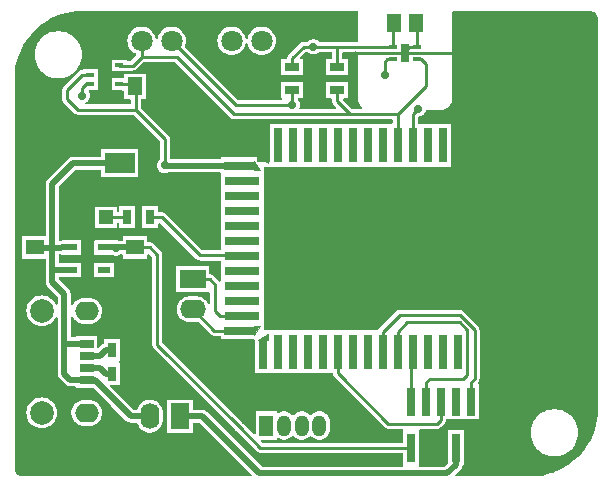
<source format=gbr>
G04 --- HEADER BEGIN --- *
%TF.GenerationSoftware,LibrePCB,LibrePCB,0.1.4*%
%TF.CreationDate,2020-08-29T22:21:27*%
%TF.ProjectId,Sensilo - default,d394d563-925a-41f4-bd4a-babca7d43e4c,v1*%
%TF.Part,Single*%
%FSLAX66Y66*%
%MOMM*%
G01*
G74*
G04 --- HEADER END --- *
G04 --- APERTURE LIST BEGIN --- *
%ADD10R,0.75X1.25*%
%ADD11O,1.587X2.19*%
%ADD12R,1.587X2.19*%
%ADD13R,1.25X0.75*%
%ADD14R,0.68X0.4*%
%ADD15R,1.25X1.7*%
%ADD16R,1.3X1.5*%
%ADD17R,1.5X1.3*%
%ADD18O,2.0X1.6*%
%ADD19R,1.15X0.7*%
%ADD20R,1.15X0.9*%
%ADD21R,1.15X0.8*%
%ADD22C,2.0*%
%ADD23R,0.8X3.0*%
%ADD24R,3.0X0.8*%
%ADD25R,2.5X0.8*%
%ADD26R,0.8X2.5*%
%ADD27C,0.0*%
%ADD28R,2.19X1.587*%
%ADD29O,2.19X1.587*%
%ADD30O,2.54X1.8*%
%ADD31R,2.54X1.8*%
%ADD32R,1.2X1.2*%
%ADD33R,0.7X1.6*%
%ADD34R,0.7X0.35*%
%ADD35O,1.2X1.8*%
%ADD36R,1.2X1.8*%
%ADD37C,1.8*%
%ADD38R,1.1X0.6*%
%ADD39R,0.76X2.4*%
%ADD40C,0.7*%
%ADD41C,0.25*%
%ADD42C,0.5*%
G04 --- APERTURE LIST END --- *
G04 --- BOARD BEGIN --- *
D10*
X8525000Y9000000D03*
X10475000Y9000000D03*
D11*
X11747500Y5397500D03*
D12*
X14287500Y5397500D03*
D13*
X23812500Y34947500D03*
X23812500Y32997500D03*
D14*
X9152500Y35090000D03*
D15*
X7937500Y34290000D03*
D14*
X9152500Y33490000D03*
X6722500Y35090000D03*
X6722500Y34290000D03*
X9152500Y34290000D03*
X6722500Y33490000D03*
D16*
X12380000Y33337500D03*
X10480000Y33337500D03*
X34318750Y38702500D03*
X32418750Y38702500D03*
D17*
X10500000Y19680000D03*
X10500000Y17780000D03*
D18*
X6400000Y14320000D03*
D19*
X6405000Y9500000D03*
D20*
X6405000Y12750000D03*
X6405000Y7250000D03*
D18*
X6400000Y5680000D03*
D21*
X6405000Y8480000D03*
D22*
X2600000Y14320000D03*
D19*
X6405000Y10500000D03*
D22*
X2600000Y5680000D03*
D21*
X6405000Y11520000D03*
D23*
X26395000Y28370000D03*
X34015000Y28370000D03*
D24*
X19565000Y18985000D03*
D23*
X23855000Y10870000D03*
X27665000Y10870000D03*
X37825000Y28370000D03*
X28935000Y28370000D03*
X22585000Y10870000D03*
X35285000Y10870000D03*
D24*
X19565000Y13905000D03*
D23*
X30205000Y28370000D03*
X34015000Y10870000D03*
D25*
X19315000Y26605000D03*
D24*
X19565000Y22795000D03*
D23*
X40365000Y28370000D03*
X36555000Y28370000D03*
X27665000Y28370000D03*
D24*
X19565000Y17715000D03*
D25*
X19315000Y12635000D03*
D23*
X31475000Y28370000D03*
X23855000Y28370000D03*
X41635000Y10870000D03*
D24*
X19565000Y25335000D03*
D23*
X32745000Y28370000D03*
X28935000Y10870000D03*
D24*
X19565000Y15175000D03*
D23*
X25125000Y10870000D03*
X31475000Y10870000D03*
X40365000Y10870000D03*
D24*
X19565000Y21525000D03*
D23*
X32745000Y10870000D03*
X22585000Y28370000D03*
X36555000Y10870000D03*
D24*
X19565000Y16445000D03*
D23*
X37825000Y10870000D03*
D24*
X19565000Y24065000D03*
X19565000Y20255000D03*
D26*
X21315000Y28620000D03*
D23*
X25125000Y28370000D03*
X35285000Y28370000D03*
D26*
X21315000Y10620000D03*
D23*
X30205000Y10870000D03*
X26395000Y10870000D03*
X41635000Y28370000D03*
D27*
X20565000Y13035000D02*
X20565000Y12235000D01*
X21065000Y13035000D01*
X20565000Y13035000D01*
G36*
X20565000Y13035000D02*
X20565000Y12235000D01*
X21065000Y13035000D01*
X20565000Y13035000D01*
G37*
X20565000Y26205000D02*
X20565000Y27005000D01*
X21065000Y26205000D01*
X20565000Y26205000D01*
G36*
X20565000Y26205000D02*
X20565000Y27005000D01*
X21065000Y26205000D01*
X20565000Y26205000D01*
G37*
X20915000Y11870000D02*
X21715000Y12370000D01*
X21715000Y11870000D01*
X20915000Y11870000D01*
G36*
X20915000Y11870000D02*
X21715000Y12370000D01*
X21715000Y11870000D01*
X20915000Y11870000D01*
G37*
X20915000Y27370000D02*
X21715000Y26870000D01*
X21715000Y27370000D01*
X20915000Y27370000D01*
G36*
X20915000Y27370000D02*
X21715000Y26870000D01*
X21715000Y27370000D01*
X20915000Y27370000D01*
G37*
D17*
X2000000Y19680000D03*
X2000000Y17780000D03*
D28*
X15398750Y16986250D03*
D29*
X15398750Y11906250D03*
X15398750Y14446250D03*
D30*
X9200000Y29345000D03*
D31*
X9200000Y26805000D03*
D32*
X8035000Y22225000D03*
X5935000Y22225000D03*
D13*
X27622500Y34947500D03*
X27622500Y32997500D03*
D33*
X33368750Y36147500D03*
D34*
X32368750Y35647500D03*
X34368750Y35647500D03*
X32368750Y36647500D03*
X34368750Y36647500D03*
D10*
X11770000Y22225000D03*
X9820000Y22225000D03*
D35*
X23106250Y4603750D03*
X24606250Y4603750D03*
D36*
X21606250Y4603750D03*
D35*
X26106250Y4603750D03*
X27606250Y4603750D03*
D37*
X13592500Y37185000D03*
X11052500Y37185000D03*
X16132500Y37185000D03*
X21212500Y37185000D03*
X18672500Y37185000D03*
D38*
X7900000Y19680000D03*
X5100000Y17780000D03*
X5100000Y18730000D03*
X5100000Y19680000D03*
X7900000Y17780000D03*
D10*
X8525000Y11000000D03*
X10475000Y11000000D03*
D39*
X33870000Y2727500D03*
X36410000Y2727500D03*
X38950000Y6637500D03*
X37680000Y6637500D03*
X37680000Y2727500D03*
X36410000Y6637500D03*
X38950000Y2727500D03*
X33870000Y6637500D03*
X35140000Y2727500D03*
X35140000Y6637500D03*
D40*
X26000000Y7000000D03*
X41000000Y6000000D03*
X14000000Y25000000D03*
X20000000Y33000000D03*
X45000000Y31000000D03*
X40000000Y14000000D03*
X15000000Y25000000D03*
X46000000Y31000000D03*
X41000000Y4000000D03*
X40000000Y15000000D03*
X15000000Y32000000D03*
X34480000Y31432500D03*
X6032500Y32543750D03*
X31622500Y34290000D03*
X23812500Y31750000D03*
X19000000Y35000000D03*
X41000000Y39000000D03*
X27000000Y7000000D03*
X24000000Y14000000D03*
X2000000Y10000000D03*
X2000000Y12000000D03*
X41000000Y13000000D03*
X14000000Y24000000D03*
X42000000Y6000000D03*
X41000000Y14000000D03*
X41000000Y15000000D03*
X41000000Y31000000D03*
X23000000Y14000000D03*
X48000000Y31000000D03*
X42000000Y5000000D03*
X18000000Y35000000D03*
X10000000Y15000000D03*
X42000000Y39000000D03*
X16000000Y25000000D03*
X16000000Y24000000D03*
X26000000Y14000000D03*
X40000000Y39000000D03*
X20000000Y30000000D03*
X41000000Y5000000D03*
X3000000Y12000000D03*
X46000000Y39000000D03*
X10000000Y14000000D03*
X41000000Y3000000D03*
X39000000Y39000000D03*
X47000000Y39000000D03*
X42000000Y31000000D03*
X11000000Y14000000D03*
X47000000Y31000000D03*
X40000000Y31000000D03*
X21000000Y33000000D03*
X14000000Y33000000D03*
X11000000Y15000000D03*
X9000000Y14000000D03*
X16000000Y32000000D03*
X39000000Y15000000D03*
X22000000Y8000000D03*
X3000000Y11000000D03*
X14000000Y32000000D03*
X25590000Y36671250D03*
X13000000Y26625000D03*
X8890000Y19637500D03*
X27000000Y14000000D03*
X39000000Y31000000D03*
X26000000Y8000000D03*
X3000000Y10000000D03*
X2000000Y11000000D03*
X19000000Y30000000D03*
X48000000Y39000000D03*
X45000000Y39000000D03*
X9000000Y15000000D03*
X42000000Y3000000D03*
X18000000Y30000000D03*
X21000000Y7000000D03*
X15000000Y33000000D03*
X42000000Y4000000D03*
X15000000Y24000000D03*
X22000000Y7000000D03*
X25000000Y14000000D03*
X14000000Y34000000D03*
D41*
X36067500Y4762500D02*
X31940000Y4762500D01*
X27665000Y10870000D02*
X27665000Y9037500D01*
X27665000Y9037500D02*
X27812500Y8890000D01*
X36410000Y6637500D02*
X36410000Y5105000D01*
X36410000Y5105000D02*
X36067500Y4762500D01*
X31940000Y4762500D02*
X27812500Y8890000D01*
X37607500Y36147500D02*
X37655000Y36195000D01*
X34318750Y38702500D02*
X34368750Y38528750D01*
X33368750Y36147500D02*
X33662500Y36647500D01*
X33368750Y36147500D02*
X37607500Y36147500D01*
X34368750Y36647500D02*
X33662500Y36647500D01*
X29130000Y36147500D02*
X29082500Y36195000D01*
X34368750Y36647500D02*
X34368750Y38528750D01*
X33368750Y36147500D02*
X29130000Y36147500D01*
X32745000Y30967500D02*
X28722500Y30967500D01*
X14030000Y35817500D02*
X18891250Y30956250D01*
X9152500Y35090000D02*
X9207500Y35083750D01*
X35115000Y35242500D02*
X35115000Y33337500D01*
X27622500Y32067500D02*
X27622500Y32861250D01*
X32745000Y30967500D02*
X35115000Y33337500D01*
X19685000Y30956250D02*
X18891250Y30956250D01*
X34368750Y35647500D02*
X34710000Y35647500D01*
X11052500Y37185000D02*
X11052500Y35817500D01*
X27622500Y32997500D02*
X27622500Y32861250D01*
X34710000Y35647500D02*
X35115000Y35242500D01*
X19685000Y30956250D02*
X28722500Y30967500D01*
X10318750Y35083750D02*
X9207500Y35083750D01*
X11052500Y35817500D02*
X10318750Y35083750D01*
X32745000Y28370000D02*
X32745000Y30967500D01*
X28722500Y30967500D02*
X27622500Y32067500D01*
X11052500Y35817500D02*
X14030000Y35817500D01*
X13592500Y37185000D02*
X19027500Y31750000D01*
X32368750Y35647500D02*
X31868750Y35647500D01*
X6032500Y33178750D02*
X6032500Y32543750D01*
X34015000Y28370000D02*
X34015000Y30967500D01*
X23812500Y31750000D02*
X23812500Y33020000D01*
X31868750Y35647500D02*
X31622500Y35401250D01*
X6343750Y33490000D02*
X6032500Y33178750D01*
X34015000Y30967500D02*
X34480000Y31432500D01*
X19027500Y31750000D02*
X23812500Y31750000D01*
X6722500Y33490000D02*
X6343750Y33490000D01*
X31622500Y35401250D02*
X31622500Y34290000D01*
X23812500Y32997500D02*
X23812500Y33020000D01*
D42*
X5100000Y17780000D02*
X3492784Y17780000D01*
X10160000Y5397500D02*
X11602500Y5397500D01*
X3492544Y17780240D02*
X3500000Y19667500D01*
X8890000Y6667500D02*
X10160000Y5397500D01*
X4520000Y11520000D02*
X4500000Y11500000D01*
X3492500Y25082500D02*
X3500000Y19667500D01*
X3492784Y17780000D02*
X3492544Y17780240D01*
X4500000Y11520000D02*
X4520000Y11520000D01*
X6250000Y8480000D02*
X5000000Y8480000D01*
X5020000Y8480000D02*
X4500000Y9000000D01*
X4500000Y11500000D02*
X4500000Y9000000D01*
X4500000Y11500000D02*
X4520000Y11520000D01*
X4500000Y15750000D02*
X4500000Y11500000D01*
X3500000Y19667500D02*
X2012500Y19680000D01*
X6405000Y11520000D02*
X4500000Y11520000D01*
X11747500Y5397500D02*
X11602500Y5397500D01*
X9200000Y26805000D02*
X5215000Y26805000D01*
X6405000Y8480000D02*
X6250000Y8480000D01*
X5215000Y26805000D02*
X3492500Y25082500D01*
X3492544Y17780240D02*
X3500000Y16750000D01*
X2000000Y19680000D02*
X2012500Y19680000D01*
X5000000Y8480000D02*
X5020000Y8480000D01*
X3500000Y16750000D02*
X4500000Y15750000D01*
X7077500Y8480000D02*
X6250000Y8480000D01*
X3500000Y19667500D02*
X5100000Y19680000D01*
X5000000Y19730000D02*
X5100000Y19680000D01*
X7077500Y8480000D02*
X8890000Y6667500D01*
D41*
X11770000Y22225000D02*
X12382500Y22225000D01*
X16000000Y19000000D02*
X19000000Y19000000D01*
X12775000Y22225000D02*
X16000000Y19000000D01*
X12382500Y22225000D02*
X12775000Y22225000D01*
X19565000Y18985000D02*
X19000000Y19000000D01*
X32745000Y12552500D02*
X33527500Y13335000D01*
X32745000Y10870000D02*
X32745000Y12552500D01*
X37972500Y13335000D02*
X33527500Y13335000D01*
X35140000Y6637500D02*
X35140000Y8280000D01*
X35432500Y8572500D02*
X38290000Y8572500D01*
X35140000Y8280000D02*
X35432500Y8572500D01*
X38607500Y8890000D02*
X38607500Y12700000D01*
X38607500Y12700000D02*
X37972500Y13335000D01*
X38290000Y8572500D02*
X38607500Y8890000D01*
D42*
X8525000Y9000000D02*
X8000000Y9000000D01*
X6405000Y9500000D02*
X6250000Y9500000D01*
X7500000Y9500000D02*
X6250000Y9500000D01*
X7500000Y9500000D02*
X8000000Y9000000D01*
D41*
X38950000Y8280000D02*
X39242500Y8572500D01*
X39242500Y8572500D02*
X39242500Y12700000D01*
X31475000Y10870000D02*
X31475000Y12552500D01*
X39242500Y12700000D02*
X37972500Y13970000D01*
X37972500Y13970000D02*
X32892500Y13970000D01*
X38950000Y6637500D02*
X38950000Y8280000D01*
X31475000Y12552500D02*
X32892500Y13970000D01*
X9820000Y22225000D02*
X7937500Y22225000D01*
X8035000Y22225000D02*
X7937500Y22225000D01*
X15398750Y14446250D02*
X17210000Y12635000D01*
X19315000Y12635000D02*
X17210000Y12635000D01*
X19050000Y12700000D02*
X19315000Y12635000D01*
X10550000Y31950000D02*
X10550000Y31360000D01*
X10550000Y31950000D02*
X10550000Y33265000D01*
X5628750Y31360000D02*
X4762500Y32226250D01*
X4762500Y33020000D02*
X6032500Y34290000D01*
X12382500Y11430000D02*
X12382500Y19050000D01*
X10550000Y31360000D02*
X5628750Y31360000D01*
X32418750Y38702500D02*
X32368750Y38528750D01*
X11747500Y19685000D02*
X10477500Y19685000D01*
X23812500Y35718750D02*
X23812500Y34925000D01*
X10550000Y31360000D02*
X13017500Y28892500D01*
X27622500Y34947500D02*
X27622500Y36671250D01*
X23812500Y34947500D02*
X23812500Y34925000D01*
D42*
X8890000Y19685000D02*
X10500000Y19680000D01*
D41*
X12382500Y19050000D02*
X11747500Y19685000D01*
X19367500Y4445000D02*
X21085000Y2727500D01*
X25558750Y36671250D02*
X25590000Y36671250D01*
X25590000Y36671250D02*
X24765000Y36671250D01*
D42*
X8890000Y19685000D02*
X7900000Y19680000D01*
D41*
X19367500Y4445000D02*
X12382500Y11430000D01*
X24765000Y36671250D02*
X23812500Y35718750D01*
X9152500Y33490000D02*
X10325000Y33490000D01*
X32368750Y36647500D02*
X32368750Y38528750D01*
X13000000Y26500000D02*
X13020000Y26605000D01*
X33870000Y2727500D02*
X21085000Y2727500D01*
X32416250Y36671250D02*
X32368750Y36647500D01*
X10477500Y19685000D02*
X10500000Y19680000D01*
X10325000Y33490000D02*
X10480000Y33337500D01*
X13017500Y28892500D02*
X13000000Y26500000D01*
X4762500Y32226250D02*
X4762500Y33020000D01*
X6722500Y34290000D02*
X6667500Y34290000D01*
D42*
X8890000Y19685000D02*
X8890000Y19637500D01*
X13020000Y26605000D02*
X13000000Y26625000D01*
D41*
X10550000Y33265000D02*
X10480000Y33337500D01*
D42*
X19315000Y26605000D02*
X13020000Y26605000D01*
D41*
X6032500Y34290000D02*
X6667500Y34290000D01*
X27622500Y36671250D02*
X32416250Y36671250D01*
X27622500Y36671250D02*
X25590000Y36671250D01*
X33870000Y6637500D02*
X33870000Y10502500D01*
X34015000Y10870000D02*
X33870000Y10502500D01*
D42*
X21034375Y555625D02*
X16192500Y5397500D01*
X37680000Y2727500D02*
X37680000Y1295000D01*
X16192500Y5397500D02*
X14397500Y5397500D01*
X14287500Y5397500D02*
X14397500Y5397500D01*
X36940625Y555625D02*
X21034375Y555625D01*
X37680000Y1295000D02*
X36940625Y555625D01*
D41*
X19565000Y13905000D02*
X17686250Y13905000D01*
X17303750Y14287500D02*
X17303750Y16510000D01*
X17303750Y16510000D02*
X16827500Y16986250D01*
X15398750Y16986250D02*
X16827500Y16986250D01*
X17686250Y13905000D02*
X17303750Y14287500D01*
D42*
X7500000Y10500000D02*
X8000000Y11000000D01*
X8525000Y11000000D02*
X8000000Y11000000D01*
X7500000Y10500000D02*
X6250000Y10500000D01*
X6405000Y10500000D02*
X6250000Y10500000D01*
D27*
G36*
X49659327Y11019500D02*
X49700000Y11100000D01*
X49700000Y27900000D01*
X49680500Y27959327D01*
X49600000Y28000000D01*
X37355000Y28000000D01*
X37295673Y27980500D01*
X37255000Y27900000D01*
X37255000Y26586013D01*
X37250000Y26554788D01*
X37250000Y26516013D01*
X37248434Y26511248D01*
X37226172Y26500000D01*
X21500000Y26500000D01*
X21440673Y26480500D01*
X21400000Y26400000D01*
X21400000Y12800000D01*
X21419500Y12740673D01*
X21500000Y12700000D01*
X31013137Y12700000D01*
X31072464Y12719500D01*
X31100905Y12752076D01*
X31109701Y12768185D01*
X31109677Y12768198D01*
X31110605Y12769763D01*
X31110628Y12769749D01*
X31122150Y12787676D01*
X31144902Y12813934D01*
X31149381Y12819491D01*
X31172346Y12850168D01*
X31177005Y12855545D01*
X32589455Y14267995D01*
X32594845Y14272665D01*
X32625508Y14295619D01*
X32631068Y14300099D01*
X32657323Y14322849D01*
X32675250Y14334371D01*
X32675236Y14334394D01*
X32676801Y14335322D01*
X32676814Y14335298D01*
X32695518Y14345511D01*
X32728051Y14357645D01*
X32734647Y14360377D01*
X32766254Y14374811D01*
X32786705Y14380816D01*
X32786697Y14380842D01*
X32788462Y14381293D01*
X32788468Y14381265D01*
X32809292Y14385795D01*
X32843910Y14388271D01*
X32851010Y14389034D01*
X32888968Y14394492D01*
X32896070Y14395000D01*
X37968930Y14395000D01*
X37976034Y14394492D01*
X38013992Y14389034D01*
X38021090Y14388271D01*
X38055708Y14385795D01*
X38076531Y14381265D01*
X38076537Y14381293D01*
X38078302Y14380842D01*
X38078294Y14380816D01*
X38098745Y14374811D01*
X38130352Y14360377D01*
X38136948Y14357645D01*
X38169474Y14345513D01*
X38188184Y14335297D01*
X38188198Y14335322D01*
X38189765Y14334392D01*
X38189750Y14334369D01*
X38207681Y14322846D01*
X38233932Y14300099D01*
X38239492Y14295618D01*
X38270164Y14272658D01*
X38275544Y14267996D01*
X39540496Y13003044D01*
X39545158Y12997664D01*
X39568118Y12966992D01*
X39572599Y12961432D01*
X39595346Y12935181D01*
X39606869Y12917250D01*
X39606892Y12917265D01*
X39607822Y12915698D01*
X39607797Y12915684D01*
X39618013Y12896974D01*
X39630145Y12864448D01*
X39632877Y12857852D01*
X39647311Y12826245D01*
X39653316Y12805794D01*
X39653342Y12805802D01*
X39653793Y12804037D01*
X39653765Y12804031D01*
X39658295Y12783208D01*
X39660771Y12748590D01*
X39661534Y12741492D01*
X39666992Y12703534D01*
X39667500Y12696430D01*
X39667500Y11100000D01*
X39687000Y11040673D01*
X39767500Y11000000D01*
X49600000Y11000000D01*
X49659327Y11019500D01*
G37*
G36*
X49659327Y26919500D02*
X49700000Y27000000D01*
X49700000Y38980357D01*
X49699518Y38990159D01*
X49686092Y39126472D01*
X49682268Y39145699D01*
X49648231Y39257902D01*
X49640729Y39276012D01*
X49585469Y39379398D01*
X49574578Y39395699D01*
X49500195Y39486334D01*
X49486334Y39500195D01*
X49395699Y39574578D01*
X49379398Y39585469D01*
X49276012Y39640729D01*
X49257902Y39648231D01*
X49145699Y39682268D01*
X49126472Y39686092D01*
X48990159Y39699518D01*
X48980357Y39700000D01*
X37468750Y39700000D01*
X37409423Y39680500D01*
X37368750Y39600000D01*
X37368750Y32302450D01*
X37368509Y32297557D01*
X37350017Y32109802D01*
X37348109Y32100207D01*
X37294056Y31922019D01*
X37290312Y31912981D01*
X37202536Y31748763D01*
X37197102Y31740631D01*
X37078973Y31596691D01*
X37072058Y31589776D01*
X36928118Y31471647D01*
X36919986Y31466213D01*
X36755768Y31378437D01*
X36746730Y31374693D01*
X36568538Y31320639D01*
X36558956Y31318733D01*
X36371190Y31300240D01*
X36366293Y31300000D01*
X35188882Y31300000D01*
X35129555Y31280500D01*
X35095381Y31235461D01*
X35057693Y31136087D01*
X35052111Y31125453D01*
X34969966Y31006446D01*
X34962007Y30997462D01*
X34853769Y30901571D01*
X34843886Y30894749D01*
X34715851Y30827551D01*
X34704615Y30823290D01*
X34564225Y30788688D01*
X34552296Y30787239D01*
X34540000Y30787239D01*
X34480673Y30767739D01*
X34440000Y30687239D01*
X34440000Y30270000D01*
X34459500Y30210673D01*
X34540000Y30170000D01*
X37238987Y30170000D01*
X37243752Y30168434D01*
X37255000Y30146172D01*
X37255000Y27000000D01*
X37274500Y26940673D01*
X37355000Y26900000D01*
X49600000Y26900000D01*
X49659327Y26919500D01*
G37*
G36*
X20330087Y319500D02*
X20366277Y370395D01*
X20365215Y432836D01*
X20341471Y470711D01*
X15993971Y4818211D01*
X15923260Y4847500D01*
X15481000Y4847500D01*
X15421673Y4828000D01*
X15381000Y4747500D01*
X15381000Y4018513D01*
X15379434Y4013748D01*
X15357172Y4002500D01*
X13210013Y4002500D01*
X13205248Y4004066D01*
X13194000Y4026328D01*
X13194000Y6776487D01*
X13195566Y6781252D01*
X13217828Y6792500D01*
X15364987Y6792500D01*
X15369752Y6790934D01*
X15381000Y6768672D01*
X15381000Y6047500D01*
X15400500Y5988173D01*
X15481000Y5947500D01*
X16189219Y5947500D01*
X16195756Y5947071D01*
X16328351Y5929615D01*
X16340904Y5926251D01*
X16461448Y5876320D01*
X16472699Y5869824D01*
X16578809Y5788402D01*
X16583720Y5784096D01*
X21232902Y1134914D01*
X21303613Y1105625D01*
X33101052Y1105625D01*
X33160379Y1125125D01*
X33196569Y1176020D01*
X33190307Y1250720D01*
X33190000Y1251328D01*
X33190000Y2202500D01*
X33170500Y2261827D01*
X33090000Y2302500D01*
X21088570Y2302500D01*
X21081467Y2303008D01*
X21043521Y2308464D01*
X21036423Y2309227D01*
X21001793Y2311704D01*
X20980967Y2316234D01*
X20980961Y2316206D01*
X20979197Y2316656D01*
X20979205Y2316682D01*
X20958762Y2322685D01*
X20927155Y2337119D01*
X20920561Y2339850D01*
X20888014Y2351990D01*
X20869314Y2362201D01*
X20869301Y2362177D01*
X20867734Y2363106D01*
X20867749Y2363129D01*
X20849823Y2374649D01*
X20823573Y2397395D01*
X20818016Y2401873D01*
X20787338Y2424839D01*
X20781959Y2429500D01*
X19066978Y4144481D01*
X19066977Y4144483D01*
X12084505Y11126955D01*
X12079846Y11132332D01*
X12056884Y11163005D01*
X12052405Y11168562D01*
X12029653Y11194820D01*
X12018128Y11212751D01*
X12018105Y11212736D01*
X12017177Y11214301D01*
X12017201Y11214314D01*
X12006988Y11233018D01*
X11994854Y11265551D01*
X11992122Y11272147D01*
X11977688Y11303753D01*
X11971683Y11324205D01*
X11971657Y11324197D01*
X11971206Y11325962D01*
X11971234Y11325968D01*
X11966704Y11346794D01*
X11964227Y11381422D01*
X11963464Y11388519D01*
X11958008Y11426465D01*
X11957500Y11433570D01*
X11957500Y18832538D01*
X11928211Y18903249D01*
X11720711Y19110749D01*
X11664971Y19138911D01*
X11603393Y19128513D01*
X11559992Y19083609D01*
X11550000Y19040038D01*
X11550000Y18746013D01*
X11548434Y18741248D01*
X11526172Y18730000D01*
X9466013Y18730000D01*
X9461248Y18731566D01*
X9450000Y18753828D01*
X9450000Y19033569D01*
X9430500Y19092896D01*
X9350310Y19133569D01*
X9332541Y19133624D01*
X9269004Y19109638D01*
X9268749Y19110008D01*
X9267257Y19108978D01*
X9265916Y19108472D01*
X9263773Y19106573D01*
X9253887Y19099750D01*
X9125851Y19032551D01*
X9114615Y19028290D01*
X8974225Y18993688D01*
X8962296Y18992239D01*
X8817703Y18992239D01*
X8805774Y18993688D01*
X8665384Y19028290D01*
X8654145Y19032552D01*
X8585567Y19068545D01*
X8539094Y19080000D01*
X7066013Y19080000D01*
X7061248Y19081566D01*
X7050000Y19103828D01*
X7050000Y20263987D01*
X7051566Y20268752D01*
X7073828Y20280000D01*
X8733987Y20280000D01*
X8735195Y20279603D01*
X8790348Y20277509D01*
X8805779Y20281312D01*
X8817703Y20282760D01*
X8962296Y20282760D01*
X8974225Y20281311D01*
X9114618Y20246708D01*
X9130612Y20240643D01*
X9161013Y20235023D01*
X9161013Y21300000D01*
X9156248Y21301566D01*
X9145000Y21323828D01*
X9145000Y21700000D01*
X9125500Y21759327D01*
X9045000Y21800000D01*
X9035000Y21800000D01*
X8975673Y21780500D01*
X8935000Y21700000D01*
X8935000Y21341013D01*
X8933434Y21336248D01*
X8911172Y21325000D01*
X7151013Y21325000D01*
X7146248Y21326566D01*
X7135000Y21348828D01*
X7135000Y23108987D01*
X7136566Y23113752D01*
X7158828Y23125000D01*
X8918987Y23125000D01*
X8923752Y23123434D01*
X8935000Y23101172D01*
X8935000Y22750000D01*
X8954500Y22690673D01*
X9035000Y22650000D01*
X9045000Y22650000D01*
X9104327Y22669500D01*
X9145000Y22750000D01*
X9145000Y23133987D01*
X9146566Y23138752D01*
X9168828Y23150000D01*
X10478987Y23150000D01*
X10483752Y23148434D01*
X10495000Y23126172D01*
X10495000Y21316013D01*
X10493434Y21311248D01*
X10471172Y21300000D01*
X9161013Y21300000D01*
X9161013Y20235023D01*
X9165759Y20234146D01*
X9349690Y20233575D01*
X9409077Y20252891D01*
X9450000Y20333575D01*
X9450000Y20613987D01*
X9451566Y20618752D01*
X9473828Y20630000D01*
X11533987Y20630000D01*
X11538752Y20628434D01*
X11550000Y20606172D01*
X11550000Y20210000D01*
X11569500Y20150673D01*
X11650000Y20110000D01*
X11743930Y20110000D01*
X11751034Y20109492D01*
X11788992Y20104034D01*
X11796090Y20103271D01*
X11830708Y20100795D01*
X11851531Y20096265D01*
X11851537Y20096293D01*
X11853302Y20095842D01*
X11853294Y20095816D01*
X11873745Y20089811D01*
X11905352Y20075377D01*
X11911948Y20072645D01*
X11944474Y20060513D01*
X11963184Y20050297D01*
X11963198Y20050322D01*
X11964765Y20049392D01*
X11964750Y20049369D01*
X11982681Y20037846D01*
X12008932Y20015099D01*
X12014492Y20010618D01*
X12045164Y19987658D01*
X12050544Y19982996D01*
X12680496Y19353044D01*
X12685158Y19347664D01*
X12708118Y19316992D01*
X12712599Y19311432D01*
X12735346Y19285181D01*
X12746869Y19267250D01*
X12746892Y19267265D01*
X12747822Y19265698D01*
X12747797Y19265684D01*
X12758013Y19246974D01*
X12770145Y19214448D01*
X12772877Y19207852D01*
X12787311Y19176245D01*
X12793316Y19155794D01*
X12793342Y19155802D01*
X12793793Y19154037D01*
X12793765Y19154031D01*
X12798295Y19133208D01*
X12800771Y19098590D01*
X12801534Y19091492D01*
X12806992Y19053534D01*
X12807500Y19046430D01*
X12807500Y11647462D01*
X12836789Y11576751D01*
X19668016Y4745524D01*
X19668027Y4745514D01*
X20535539Y3878002D01*
X20591279Y3849840D01*
X20652857Y3860238D01*
X20696258Y3905142D01*
X20706250Y3948713D01*
X20706250Y5787737D01*
X20707816Y5792502D01*
X20730078Y5803750D01*
X22490237Y5803750D01*
X22495002Y5802184D01*
X22506250Y5779922D01*
X22506250Y5769142D01*
X22525750Y5709815D01*
X22576645Y5673625D01*
X22656247Y5682538D01*
X22661037Y5685303D01*
X22823343Y5757567D01*
X22833261Y5760790D01*
X23007052Y5797730D01*
X23017412Y5798819D01*
X23195087Y5798819D01*
X23205447Y5797730D01*
X23379243Y5760789D01*
X23389147Y5757571D01*
X23551469Y5685301D01*
X23560486Y5680094D01*
X23704224Y5575663D01*
X23711981Y5568679D01*
X23781936Y5490986D01*
X23836125Y5459945D01*
X23898163Y5467106D01*
X23930565Y5490986D01*
X24000524Y5568684D01*
X24008275Y5575663D01*
X24152010Y5680092D01*
X24161039Y5685304D01*
X24323343Y5757567D01*
X24333261Y5760790D01*
X24507052Y5797730D01*
X24517412Y5798819D01*
X24695087Y5798819D01*
X24705447Y5797730D01*
X24879243Y5760789D01*
X24889147Y5757571D01*
X25051469Y5685301D01*
X25060486Y5680094D01*
X25204224Y5575663D01*
X25211981Y5568679D01*
X25281936Y5490986D01*
X25336125Y5459945D01*
X25398163Y5467106D01*
X25430565Y5490986D01*
X25500524Y5568684D01*
X25508275Y5575663D01*
X25652010Y5680092D01*
X25661039Y5685304D01*
X25823343Y5757567D01*
X25833261Y5760790D01*
X26007052Y5797730D01*
X26017412Y5798819D01*
X26195087Y5798819D01*
X26205447Y5797730D01*
X26379243Y5760789D01*
X26389147Y5757571D01*
X26551469Y5685301D01*
X26560486Y5680094D01*
X26704224Y5575663D01*
X26711975Y5568684D01*
X26830861Y5436648D01*
X26836983Y5428221D01*
X26925819Y5274352D01*
X26930060Y5264827D01*
X26984964Y5095850D01*
X26987130Y5085660D01*
X27005976Y4906359D01*
X27006250Y4901128D01*
X27006250Y4306372D01*
X27005976Y4301141D01*
X26987130Y4121839D01*
X26984964Y4111649D01*
X26930060Y3942672D01*
X26925819Y3933147D01*
X26836983Y3779278D01*
X26830861Y3770851D01*
X26711975Y3638815D01*
X26704224Y3631836D01*
X26560486Y3527405D01*
X26551469Y3522198D01*
X26389147Y3449928D01*
X26379243Y3446710D01*
X26205447Y3409769D01*
X26195087Y3408680D01*
X26017412Y3408680D01*
X26007052Y3409769D01*
X25833261Y3446709D01*
X25823343Y3449932D01*
X25661039Y3522195D01*
X25652010Y3527407D01*
X25508275Y3631836D01*
X25500524Y3638815D01*
X25430565Y3716513D01*
X25376376Y3747554D01*
X25314338Y3740393D01*
X25281936Y3716513D01*
X25211981Y3638820D01*
X25204224Y3631836D01*
X25060486Y3527405D01*
X25051469Y3522198D01*
X24889147Y3449928D01*
X24879243Y3446710D01*
X24705447Y3409769D01*
X24695087Y3408680D01*
X24517412Y3408680D01*
X24507052Y3409769D01*
X24333261Y3446709D01*
X24323343Y3449932D01*
X24161039Y3522195D01*
X24152010Y3527407D01*
X24008275Y3631836D01*
X24000524Y3638815D01*
X23930565Y3716513D01*
X23876376Y3747554D01*
X23814338Y3740393D01*
X23781936Y3716513D01*
X23711981Y3638820D01*
X23704224Y3631836D01*
X23560486Y3527405D01*
X23551469Y3522198D01*
X23389147Y3449928D01*
X23379243Y3446710D01*
X23205447Y3409769D01*
X23195087Y3408680D01*
X23017412Y3408680D01*
X23007052Y3409769D01*
X22833261Y3446709D01*
X22823343Y3449932D01*
X22661037Y3522196D01*
X22656247Y3524961D01*
X22595118Y3537735D01*
X22538330Y3511752D01*
X22506250Y3438357D01*
X22506250Y3419763D01*
X22504684Y3414998D01*
X22482422Y3403750D01*
X21251213Y3403750D01*
X21191886Y3384250D01*
X21155696Y3333355D01*
X21156758Y3270914D01*
X21180502Y3233039D01*
X21231752Y3181789D01*
X21302463Y3152500D01*
X33090000Y3152500D01*
X33149327Y3172000D01*
X33190000Y3252500D01*
X33190000Y4227500D01*
X33188287Y4227500D01*
X33188287Y4268724D01*
X33151238Y4318996D01*
X33093287Y4337500D01*
X31943572Y4337500D01*
X31936467Y4338008D01*
X31898522Y4343464D01*
X31891424Y4344227D01*
X31856793Y4346704D01*
X31835970Y4351234D01*
X31835964Y4351206D01*
X31834198Y4351657D01*
X31834206Y4351683D01*
X31813755Y4357688D01*
X31782148Y4372122D01*
X31775552Y4374854D01*
X31743021Y4386987D01*
X31724315Y4397201D01*
X31724302Y4397177D01*
X31722733Y4398108D01*
X31722748Y4398131D01*
X31704819Y4409653D01*
X31678558Y4432408D01*
X31673000Y4436887D01*
X31642341Y4459838D01*
X31636951Y4464508D01*
X27511980Y8589479D01*
X27511977Y8589483D01*
X27367004Y8734456D01*
X27362345Y8739833D01*
X27339383Y8770506D01*
X27334904Y8776063D01*
X27312153Y8802319D01*
X27300629Y8820251D01*
X27300606Y8820236D01*
X27299678Y8821799D01*
X27299702Y8821812D01*
X27289486Y8840523D01*
X27277353Y8873053D01*
X27274621Y8879650D01*
X27260186Y8911257D01*
X27254182Y8931704D01*
X27254155Y8931696D01*
X27253704Y8933466D01*
X27253732Y8933472D01*
X27249203Y8954294D01*
X27247569Y8977134D01*
X27223886Y9034919D01*
X27147824Y9070000D01*
X20631013Y9070000D01*
X20626248Y9071566D01*
X20615000Y9093828D01*
X20615000Y11835000D01*
X20595500Y11894327D01*
X20515000Y11935000D01*
X17781013Y11935000D01*
X17776248Y11936566D01*
X17765000Y11958828D01*
X17765000Y12110000D01*
X17745500Y12169327D01*
X17665000Y12210000D01*
X17213572Y12210000D01*
X17206467Y12210508D01*
X17168522Y12215964D01*
X17161424Y12216727D01*
X17126793Y12219204D01*
X17105970Y12223734D01*
X17105964Y12223706D01*
X17104198Y12224157D01*
X17104206Y12224183D01*
X17083755Y12230188D01*
X17052148Y12244622D01*
X17045552Y12247354D01*
X17013021Y12259487D01*
X16994315Y12269701D01*
X16994302Y12269677D01*
X16992733Y12270608D01*
X16992748Y12270631D01*
X16974819Y12282153D01*
X16948558Y12304908D01*
X16943000Y12309387D01*
X16912341Y12332338D01*
X16906951Y12337008D01*
X15908208Y13335751D01*
X15828270Y13364613D01*
X15702555Y13352964D01*
X15697939Y13352750D01*
X15099561Y13352750D01*
X15094944Y13352964D01*
X14900921Y13370942D01*
X14891880Y13372631D01*
X14706671Y13425328D01*
X14698096Y13428650D01*
X14525732Y13514477D01*
X14517909Y13519321D01*
X14364256Y13635354D01*
X14357444Y13641564D01*
X14227737Y13783848D01*
X14222183Y13791201D01*
X14120818Y13954910D01*
X14116719Y13963144D01*
X14047165Y14142682D01*
X14044642Y14151550D01*
X14009263Y14340810D01*
X14008414Y14349975D01*
X14008414Y14542524D01*
X14009263Y14551689D01*
X14044642Y14740949D01*
X14047165Y14749817D01*
X14116719Y14929355D01*
X14120818Y14937589D01*
X14222183Y15101298D01*
X14227737Y15108651D01*
X14357444Y15250935D01*
X14364256Y15257145D01*
X14517909Y15373178D01*
X14525732Y15378022D01*
X14698096Y15463849D01*
X14706671Y15467171D01*
X14891878Y15519867D01*
X14900922Y15521557D01*
X15094945Y15539536D01*
X15099561Y15539750D01*
X15697939Y15539750D01*
X15702555Y15539536D01*
X15896577Y15521558D01*
X15905621Y15519867D01*
X16090828Y15467171D01*
X16099403Y15463849D01*
X16271767Y15378022D01*
X16279590Y15373178D01*
X16433243Y15257145D01*
X16440055Y15250935D01*
X16569762Y15108651D01*
X16575316Y15101298D01*
X16676681Y14937589D01*
X16680780Y14929355D01*
X16685503Y14917164D01*
X16725117Y14868887D01*
X16785648Y14853526D01*
X16843489Y14877072D01*
X16878750Y14953288D01*
X16878750Y15792750D01*
X16859250Y15852077D01*
X16778750Y15892750D01*
X14019763Y15892750D01*
X14014998Y15894316D01*
X14003750Y15916578D01*
X14003750Y18063737D01*
X14005316Y18068502D01*
X14027578Y18079750D01*
X16777737Y18079750D01*
X16782502Y18078184D01*
X16793750Y18055922D01*
X16793750Y17503514D01*
X16813250Y17444187D01*
X16886617Y17403769D01*
X16910710Y17402046D01*
X16931533Y17397517D01*
X16931539Y17397543D01*
X16933303Y17397093D01*
X16933296Y17397067D01*
X16953742Y17391063D01*
X16985337Y17376634D01*
X16991933Y17373902D01*
X17024476Y17361765D01*
X17043185Y17351548D01*
X17043198Y17351572D01*
X17044765Y17350643D01*
X17044750Y17350619D01*
X17062676Y17339099D01*
X17088933Y17316348D01*
X17094490Y17311870D01*
X17125167Y17288905D01*
X17130538Y17284251D01*
X17594289Y16820500D01*
X17650029Y16792338D01*
X17711607Y16802736D01*
X17755008Y16847640D01*
X17765000Y16891211D01*
X17765000Y18475000D01*
X17745500Y18534327D01*
X17665000Y18575000D01*
X16003572Y18575000D01*
X15996467Y18575508D01*
X15958522Y18580964D01*
X15951424Y18581727D01*
X15916793Y18584204D01*
X15895970Y18588734D01*
X15895964Y18588706D01*
X15894198Y18589157D01*
X15894206Y18589183D01*
X15873755Y18595188D01*
X15842148Y18609622D01*
X15835552Y18612354D01*
X15803021Y18624487D01*
X15784315Y18634701D01*
X15784302Y18634677D01*
X15782733Y18635608D01*
X15782748Y18635631D01*
X15764819Y18647153D01*
X15738558Y18669908D01*
X15733000Y18674387D01*
X15702341Y18697338D01*
X15696951Y18702008D01*
X12628248Y21770711D01*
X12557537Y21800000D01*
X12545000Y21800000D01*
X12485673Y21780500D01*
X12445000Y21700000D01*
X12445000Y21316013D01*
X12443434Y21311248D01*
X12421172Y21300000D01*
X11111013Y21300000D01*
X11106248Y21301566D01*
X11095000Y21323828D01*
X11095000Y23133987D01*
X11096566Y23138752D01*
X11118828Y23150000D01*
X12428987Y23150000D01*
X12433752Y23148434D01*
X12445000Y23126172D01*
X12445000Y22750000D01*
X12464500Y22690673D01*
X12545000Y22650000D01*
X12771430Y22650000D01*
X12778534Y22649492D01*
X12816451Y22644040D01*
X12823549Y22643277D01*
X12858203Y22640799D01*
X12879033Y22636267D01*
X12879039Y22636293D01*
X12880802Y22635843D01*
X12880794Y22635816D01*
X12901243Y22629812D01*
X12932821Y22615391D01*
X12939417Y22612659D01*
X12971982Y22600513D01*
X12990686Y22590300D01*
X12990698Y22590323D01*
X12992266Y22589393D01*
X12992251Y22589369D01*
X13010176Y22577849D01*
X13036414Y22555114D01*
X13041971Y22550635D01*
X13072668Y22527655D01*
X13078045Y22522996D01*
X16146752Y19454289D01*
X16217463Y19425000D01*
X17665000Y19425000D01*
X17724327Y19444500D01*
X17765000Y19525000D01*
X17765000Y25955000D01*
X17745500Y26014327D01*
X17665000Y26055000D01*
X13327089Y26055000D01*
X13280617Y26043546D01*
X13235851Y26020051D01*
X13224615Y26015790D01*
X13084225Y25981188D01*
X13072296Y25979739D01*
X12927703Y25979739D01*
X12915774Y25981188D01*
X12775384Y26015790D01*
X12764148Y26020051D01*
X12636113Y26087249D01*
X12626230Y26094071D01*
X12517992Y26189962D01*
X12510033Y26198946D01*
X12427888Y26317953D01*
X12422310Y26328580D01*
X12371031Y26463790D01*
X12368158Y26475449D01*
X12350729Y26618996D01*
X12350729Y26631004D01*
X12368158Y26774550D01*
X12371031Y26786209D01*
X12422310Y26921419D01*
X12427888Y26932046D01*
X12510033Y27051053D01*
X12517997Y27060042D01*
X12546126Y27084963D01*
X12579810Y27159082D01*
X12590905Y28675898D01*
X12561619Y28747340D01*
X10403248Y30905711D01*
X10332537Y30935000D01*
X5632322Y30935000D01*
X5625217Y30935508D01*
X5587272Y30940964D01*
X5580174Y30941727D01*
X5545543Y30944204D01*
X5524720Y30948734D01*
X5524714Y30948706D01*
X5522948Y30949157D01*
X5522956Y30949183D01*
X5502505Y30955188D01*
X5470898Y30969622D01*
X5464302Y30972354D01*
X5431771Y30984487D01*
X5413065Y30994701D01*
X5413052Y30994677D01*
X5411483Y30995608D01*
X5411498Y30995631D01*
X5393569Y31007153D01*
X5367308Y31029908D01*
X5361750Y31034387D01*
X5331091Y31057338D01*
X5325701Y31062008D01*
X4464498Y31923211D01*
X4459844Y31928582D01*
X4436879Y31959259D01*
X4432401Y31964816D01*
X4409650Y31991073D01*
X4398130Y32008999D01*
X4398106Y32008984D01*
X4397177Y32010551D01*
X4397201Y32010564D01*
X4386985Y32029272D01*
X4374846Y32061816D01*
X4372116Y32068407D01*
X4357685Y32100007D01*
X4351683Y32120452D01*
X4351657Y32120444D01*
X4351205Y32122214D01*
X4351232Y32122220D01*
X4346701Y32143046D01*
X4344223Y32177701D01*
X4343460Y32184798D01*
X4338008Y32222715D01*
X4337500Y32229822D01*
X4337500Y33016428D01*
X4338008Y33023533D01*
X4343464Y33061478D01*
X4344227Y33068576D01*
X4346704Y33103204D01*
X4351234Y33124030D01*
X4351206Y33124036D01*
X4351657Y33125802D01*
X4351683Y33125794D01*
X4357688Y33146246D01*
X4372122Y33177852D01*
X4374854Y33184448D01*
X4386988Y33216981D01*
X4397201Y33235685D01*
X4397177Y33235698D01*
X4398105Y33237263D01*
X4398128Y33237249D01*
X4409650Y33255176D01*
X4432402Y33281434D01*
X4436881Y33286991D01*
X4459846Y33317668D01*
X4464505Y33323045D01*
X5729455Y34587995D01*
X5734845Y34592665D01*
X5765508Y34615619D01*
X5771068Y34620099D01*
X5797323Y34642849D01*
X5815250Y34654371D01*
X5815236Y34654394D01*
X5816801Y34655322D01*
X5816814Y34655298D01*
X5835518Y34665511D01*
X5868051Y34677645D01*
X5874647Y34680377D01*
X5906254Y34694811D01*
X5926705Y34700816D01*
X5926697Y34700842D01*
X5928462Y34701293D01*
X5928468Y34701265D01*
X5949292Y34705795D01*
X5983910Y34708271D01*
X5991014Y34709035D01*
X6003236Y34710793D01*
X6059183Y34738541D01*
X6083999Y34778548D01*
X6084066Y34778752D01*
X6106328Y34790000D01*
X7346487Y34790000D01*
X7351252Y34788434D01*
X7362500Y34766172D01*
X7362500Y33006013D01*
X7360934Y33001248D01*
X7338672Y32990000D01*
X6696972Y32990000D01*
X6637645Y32970500D01*
X6601455Y32919605D01*
X6608210Y32845882D01*
X6608046Y32845820D01*
X6608270Y32845229D01*
X6608426Y32843528D01*
X6610190Y32840167D01*
X6661470Y32704953D01*
X6664340Y32693307D01*
X6681771Y32549754D01*
X6681771Y32537746D01*
X6664340Y32394192D01*
X6661470Y32382546D01*
X6610189Y32247330D01*
X6604611Y32236703D01*
X6522466Y32117696D01*
X6514507Y32108712D01*
X6406269Y32012821D01*
X6396386Y32005999D01*
X6334552Y31973546D01*
X6291082Y31928708D01*
X6282690Y31866825D01*
X6312648Y31812030D01*
X6381024Y31785000D01*
X10025000Y31785000D01*
X10084327Y31804500D01*
X10125000Y31885000D01*
X10125000Y32187500D01*
X10105500Y32246827D01*
X10025000Y32287500D01*
X9546013Y32287500D01*
X9541248Y32289066D01*
X9530000Y32311328D01*
X9530000Y32890000D01*
X9510500Y32949327D01*
X9430000Y32990000D01*
X8528513Y32990000D01*
X8523748Y32991566D01*
X8512500Y33013828D01*
X8512500Y33973987D01*
X8514066Y33978752D01*
X8536328Y33990000D01*
X9430000Y33990000D01*
X9489327Y34009500D01*
X9530000Y34090000D01*
X9530000Y34371487D01*
X9531566Y34376252D01*
X9553828Y34387500D01*
X11413987Y34387500D01*
X11418752Y34385934D01*
X11430000Y34363672D01*
X11430000Y32303513D01*
X11428434Y32298748D01*
X11406172Y32287500D01*
X11075000Y32287500D01*
X11015673Y32268000D01*
X10975000Y32187500D01*
X10975000Y31577463D01*
X11004289Y31506752D01*
X13315495Y29195546D01*
X13320160Y29190162D01*
X13344279Y29157943D01*
X13348281Y29152940D01*
X13372055Y29125094D01*
X13383116Y29107603D01*
X13393011Y29089483D01*
X13405815Y29055152D01*
X13408245Y29049223D01*
X13423227Y29015773D01*
X13428897Y28995925D01*
X13433296Y28975704D01*
X13435908Y28939185D01*
X13436569Y28932814D01*
X13442006Y28892928D01*
X13442462Y28885819D01*
X13430539Y27255731D01*
X13449604Y27196263D01*
X13530536Y27155000D01*
X17665000Y27155000D01*
X17724327Y27174500D01*
X17765000Y27255000D01*
X17765000Y27288987D01*
X17766566Y27293752D01*
X17788828Y27305000D01*
X20848987Y27305000D01*
X20853752Y27303434D01*
X20865000Y27281172D01*
X20865000Y26982316D01*
X20884500Y26922989D01*
X20935395Y26886799D01*
X21010096Y26893062D01*
X21023828Y26900000D01*
X21785000Y26900000D01*
X21844327Y26919500D01*
X21885000Y27000000D01*
X21885000Y30153987D01*
X21886566Y30158752D01*
X21908828Y30170000D01*
X32220000Y30170000D01*
X32279327Y30189500D01*
X32320000Y30270000D01*
X32320000Y30442500D01*
X32300500Y30501827D01*
X32220000Y30542500D01*
X28722498Y30542500D01*
X19685530Y30531251D01*
X19685530Y30531037D01*
X19685000Y30531037D01*
X19685000Y30531250D01*
X18894820Y30531250D01*
X18887715Y30531758D01*
X18849769Y30537214D01*
X18842672Y30537977D01*
X18808044Y30540454D01*
X18787218Y30544984D01*
X18787212Y30544956D01*
X18785447Y30545407D01*
X18785455Y30545433D01*
X18765003Y30551438D01*
X18733397Y30565872D01*
X18726801Y30568604D01*
X18694268Y30580738D01*
X18675564Y30590951D01*
X18675551Y30590927D01*
X18673986Y30591855D01*
X18674001Y30591878D01*
X18656070Y30603403D01*
X18629812Y30626155D01*
X18624255Y30630634D01*
X18593582Y30653596D01*
X18588205Y30658255D01*
X13883249Y35363211D01*
X13812538Y35392500D01*
X11269962Y35392500D01*
X11199251Y35363211D01*
X10621795Y34785755D01*
X10616418Y34781096D01*
X10585741Y34758131D01*
X10580184Y34753652D01*
X10553926Y34730900D01*
X10535999Y34719378D01*
X10536013Y34719355D01*
X10534448Y34718427D01*
X10534435Y34718451D01*
X10515731Y34708238D01*
X10483198Y34696104D01*
X10476602Y34693372D01*
X10444996Y34678938D01*
X10424544Y34672933D01*
X10424552Y34672907D01*
X10422786Y34672456D01*
X10422780Y34672484D01*
X10401954Y34667954D01*
X10367326Y34665477D01*
X10360228Y34664714D01*
X10322283Y34659258D01*
X10315178Y34658750D01*
X9882229Y34658750D01*
X9822902Y34639250D01*
X9797959Y34604797D01*
X9768672Y34590000D01*
X8528513Y34590000D01*
X8523748Y34591566D01*
X8512500Y34613828D01*
X8512500Y35573987D01*
X8514066Y35578752D01*
X8536328Y35590000D01*
X9776487Y35590000D01*
X9781251Y35588434D01*
X9793771Y35563654D01*
X9837930Y35519496D01*
X9883026Y35508750D01*
X10101288Y35508750D01*
X10171999Y35538039D01*
X10574679Y35940719D01*
X10602841Y35996459D01*
X10592443Y36058037D01*
X10546231Y36102060D01*
X10456459Y36143922D01*
X10448922Y36148274D01*
X10284730Y36263242D01*
X10278071Y36268829D01*
X10136329Y36410571D01*
X10130742Y36417230D01*
X10015774Y36581422D01*
X10011425Y36588954D01*
X9926712Y36770620D01*
X9923739Y36778789D01*
X9871860Y36972404D01*
X9870349Y36980977D01*
X9852881Y37180645D01*
X9852881Y37189355D01*
X9870349Y37389022D01*
X9871860Y37397595D01*
X9923739Y37591210D01*
X9926712Y37599379D01*
X10011425Y37781045D01*
X10015773Y37788576D01*
X10130742Y37952770D01*
X10136331Y37959430D01*
X10278071Y38101170D01*
X10284730Y38106757D01*
X10448922Y38221725D01*
X10456454Y38226074D01*
X10638120Y38310787D01*
X10646289Y38313760D01*
X10839903Y38365639D01*
X10848478Y38367150D01*
X11048145Y38384619D01*
X11056855Y38384619D01*
X11256521Y38367150D01*
X11265096Y38365639D01*
X11458710Y38313760D01*
X11466879Y38310787D01*
X11648545Y38226074D01*
X11656076Y38221726D01*
X11820270Y38106757D01*
X11826930Y38101168D01*
X11968668Y37959430D01*
X11974257Y37952770D01*
X12089226Y37788576D01*
X12093574Y37781045D01*
X12178287Y37599379D01*
X12181260Y37591210D01*
X12225907Y37424586D01*
X12260098Y37372327D01*
X12318626Y37350543D01*
X12378664Y37367730D01*
X12419093Y37424587D01*
X12463738Y37591207D01*
X12466712Y37599379D01*
X12551425Y37781045D01*
X12555773Y37788576D01*
X12670742Y37952770D01*
X12676331Y37959430D01*
X12818071Y38101170D01*
X12824730Y38106757D01*
X12988922Y38221725D01*
X12996454Y38226074D01*
X13178120Y38310787D01*
X13186289Y38313760D01*
X13379903Y38365639D01*
X13388478Y38367150D01*
X13588145Y38384619D01*
X13596855Y38384619D01*
X13796521Y38367150D01*
X13805096Y38365639D01*
X13998710Y38313760D01*
X14006879Y38310787D01*
X14188545Y38226074D01*
X14196076Y38221726D01*
X14360270Y38106757D01*
X14366930Y38101168D01*
X14508668Y37959430D01*
X14514257Y37952770D01*
X14629226Y37788576D01*
X14633574Y37781045D01*
X14718287Y37599379D01*
X14721260Y37591210D01*
X14773139Y37397596D01*
X14774650Y37389021D01*
X14792119Y37189355D01*
X14792119Y37180645D01*
X14774650Y36980978D01*
X14773139Y36972403D01*
X14721260Y36778789D01*
X14718287Y36770620D01*
X14712781Y36758813D01*
X14705381Y36696803D01*
X14732701Y36645840D01*
X18668145Y32710396D01*
X18668145Y35985381D01*
X18468477Y36002849D01*
X18459904Y36004360D01*
X18266289Y36056239D01*
X18258120Y36059212D01*
X18076454Y36143925D01*
X18068922Y36148274D01*
X17904730Y36263242D01*
X17898071Y36268829D01*
X17756329Y36410571D01*
X17750742Y36417230D01*
X17635774Y36581422D01*
X17631425Y36588954D01*
X17546712Y36770620D01*
X17543739Y36778789D01*
X17491860Y36972404D01*
X17490349Y36980977D01*
X17472881Y37180645D01*
X17472881Y37189355D01*
X17490349Y37389022D01*
X17491860Y37397595D01*
X17543739Y37591210D01*
X17546712Y37599379D01*
X17631425Y37781045D01*
X17635773Y37788576D01*
X17750742Y37952770D01*
X17756331Y37959430D01*
X17898071Y38101170D01*
X17904730Y38106757D01*
X18068922Y38221725D01*
X18076454Y38226074D01*
X18258120Y38310787D01*
X18266289Y38313760D01*
X18459903Y38365639D01*
X18468478Y38367150D01*
X18668145Y38384619D01*
X18676855Y38384619D01*
X18876521Y38367150D01*
X18885096Y38365639D01*
X19078710Y38313760D01*
X19086879Y38310787D01*
X19268545Y38226074D01*
X19276076Y38221726D01*
X19440270Y38106757D01*
X19446930Y38101168D01*
X19588668Y37959430D01*
X19594257Y37952770D01*
X19709226Y37788576D01*
X19713574Y37781045D01*
X19798287Y37599379D01*
X19801260Y37591210D01*
X19845907Y37424586D01*
X19880098Y37372327D01*
X19938626Y37350543D01*
X19998664Y37367730D01*
X20039093Y37424587D01*
X20083738Y37591207D01*
X20086712Y37599379D01*
X20171425Y37781045D01*
X20175773Y37788576D01*
X20290742Y37952770D01*
X20296331Y37959430D01*
X20438071Y38101170D01*
X20444730Y38106757D01*
X20608922Y38221725D01*
X20616454Y38226074D01*
X20798120Y38310787D01*
X20806289Y38313760D01*
X20999903Y38365639D01*
X21008478Y38367150D01*
X21208145Y38384619D01*
X21216855Y38384619D01*
X21416521Y38367150D01*
X21425096Y38365639D01*
X21618710Y38313760D01*
X21626879Y38310787D01*
X21808545Y38226074D01*
X21816076Y38221726D01*
X21980270Y38106757D01*
X21986930Y38101168D01*
X22128668Y37959430D01*
X22134257Y37952770D01*
X22249226Y37788576D01*
X22253574Y37781045D01*
X22338287Y37599379D01*
X22341260Y37591210D01*
X22393139Y37397596D01*
X22394650Y37389021D01*
X22412119Y37189355D01*
X22412119Y37180645D01*
X22394650Y36980978D01*
X22393139Y36972403D01*
X22341260Y36778789D01*
X22338287Y36770620D01*
X22253574Y36588954D01*
X22249225Y36581422D01*
X22134257Y36417230D01*
X22128670Y36410571D01*
X21986930Y36268831D01*
X21980270Y36263242D01*
X21816076Y36148273D01*
X21808545Y36143925D01*
X21626879Y36059212D01*
X21618710Y36056239D01*
X21425095Y36004360D01*
X21416522Y36002849D01*
X21216855Y35985381D01*
X21208145Y35985381D01*
X21008477Y36002849D01*
X20999904Y36004360D01*
X20806289Y36056239D01*
X20798120Y36059212D01*
X20616454Y36143925D01*
X20608922Y36148274D01*
X20444730Y36263242D01*
X20438071Y36268829D01*
X20296329Y36410571D01*
X20290742Y36417230D01*
X20175774Y36581422D01*
X20171425Y36588954D01*
X20086712Y36770620D01*
X20083738Y36778792D01*
X20039093Y36945412D01*
X20004902Y36997672D01*
X19946375Y37019456D01*
X19886336Y37002270D01*
X19845907Y36945413D01*
X19801260Y36778789D01*
X19798287Y36770620D01*
X19713574Y36588954D01*
X19709225Y36581422D01*
X19594257Y36417230D01*
X19588670Y36410571D01*
X19446930Y36268831D01*
X19440270Y36263242D01*
X19276076Y36148273D01*
X19268545Y36143925D01*
X19086879Y36059212D01*
X19078710Y36056239D01*
X18885095Y36004360D01*
X18876522Y36002849D01*
X18676855Y35985381D01*
X18668145Y35985381D01*
X18668145Y32710396D01*
X19174252Y32204289D01*
X19244963Y32175000D01*
X22811500Y32175000D01*
X22870827Y32194500D01*
X22907017Y32245395D01*
X22900754Y32320097D01*
X22887500Y32346329D01*
X22887500Y33656487D01*
X22889066Y33661252D01*
X22911328Y33672500D01*
X24721487Y33672500D01*
X24726252Y33670934D01*
X24737500Y33648672D01*
X24737500Y32338513D01*
X24735934Y32333748D01*
X24713672Y32322500D01*
X24391915Y32322500D01*
X24332588Y32303000D01*
X24296398Y32252105D01*
X24309617Y32165693D01*
X24384611Y32057046D01*
X24390189Y32046419D01*
X24441470Y31911203D01*
X24444340Y31899557D01*
X24461771Y31756004D01*
X24461771Y31743996D01*
X24444340Y31600442D01*
X24441469Y31588793D01*
X24416410Y31522716D01*
X24413606Y31460329D01*
X24448360Y31408444D01*
X24510036Y31387256D01*
X27456737Y31390924D01*
X27516041Y31410498D01*
X27552167Y31461438D01*
X27551027Y31523878D01*
X27527324Y31561635D01*
X27324498Y31764461D01*
X27319844Y31769832D01*
X27296879Y31800509D01*
X27292401Y31806066D01*
X27269650Y31832323D01*
X27258130Y31850249D01*
X27258106Y31850234D01*
X27257178Y31851799D01*
X27257202Y31851812D01*
X27246986Y31870521D01*
X27234847Y31903067D01*
X27232115Y31909662D01*
X27217685Y31941259D01*
X27211681Y31961705D01*
X27211655Y31961697D01*
X27211204Y31963466D01*
X27211232Y31963472D01*
X27206703Y31984294D01*
X27204225Y32018936D01*
X27203462Y32026033D01*
X27198008Y32063965D01*
X27197500Y32071070D01*
X27197500Y32222500D01*
X27178000Y32281827D01*
X27097500Y32322500D01*
X26713513Y32322500D01*
X26708748Y32324066D01*
X26697500Y32346328D01*
X26697500Y33656487D01*
X26699066Y33661252D01*
X26721328Y33672500D01*
X28531487Y33672500D01*
X28536252Y33670934D01*
X28547500Y33648672D01*
X28547500Y32338513D01*
X28545934Y32333748D01*
X28523672Y32322500D01*
X28209963Y32322500D01*
X28150636Y32303000D01*
X28114446Y32252105D01*
X28115508Y32189664D01*
X28139252Y32151789D01*
X28869252Y31421789D01*
X28939963Y31392500D01*
X29626341Y31392500D01*
X29685668Y31412000D01*
X29721858Y31462895D01*
X29720796Y31525336D01*
X29689780Y31569801D01*
X29665445Y31589772D01*
X29658526Y31596691D01*
X29540397Y31740631D01*
X29534963Y31748763D01*
X29447187Y31912981D01*
X29443443Y31922019D01*
X29389389Y32100211D01*
X29387483Y32109793D01*
X29368990Y32297560D01*
X29368750Y32302457D01*
X29368750Y36146250D01*
X29349250Y36205577D01*
X29268750Y36246250D01*
X28147500Y36246250D01*
X28088173Y36226750D01*
X28047500Y36146250D01*
X28047500Y35722500D01*
X28067000Y35663173D01*
X28147500Y35622500D01*
X28531487Y35622500D01*
X28536252Y35620934D01*
X28547500Y35598672D01*
X28547500Y34288513D01*
X28545934Y34283748D01*
X28523672Y34272500D01*
X26713513Y34272500D01*
X26708748Y34274066D01*
X26697500Y34296328D01*
X26697500Y35606487D01*
X26699066Y35611252D01*
X26721328Y35622500D01*
X27097500Y35622500D01*
X27156827Y35642000D01*
X27197500Y35722500D01*
X27197500Y36146250D01*
X27178000Y36205577D01*
X27097500Y36246250D01*
X26121263Y36246250D01*
X26054950Y36221101D01*
X25963769Y36140321D01*
X25953886Y36133499D01*
X25825851Y36066301D01*
X25814615Y36062040D01*
X25674225Y36027438D01*
X25662296Y36025989D01*
X25517703Y36025989D01*
X25505774Y36027438D01*
X25365384Y36062040D01*
X25354148Y36066301D01*
X25226113Y36133499D01*
X25216230Y36140321D01*
X25125049Y36221101D01*
X25058736Y36246250D01*
X24982463Y36246250D01*
X24911752Y36216961D01*
X24488002Y35793211D01*
X24459840Y35737471D01*
X24470238Y35675893D01*
X24515142Y35632492D01*
X24558713Y35622500D01*
X24721487Y35622500D01*
X24726252Y35620934D01*
X24737500Y35598672D01*
X24737500Y34288513D01*
X24735934Y34283748D01*
X24713672Y34272500D01*
X22903513Y34272500D01*
X22898748Y34274066D01*
X22887500Y34296328D01*
X22887500Y35606487D01*
X22889066Y35611252D01*
X22911328Y35622500D01*
X23287768Y35622500D01*
X23347095Y35642000D01*
X23387513Y35715362D01*
X23388008Y35722285D01*
X23393462Y35760215D01*
X23394225Y35767313D01*
X23396703Y35801957D01*
X23401233Y35822780D01*
X23401204Y35822786D01*
X23401654Y35824549D01*
X23401681Y35824541D01*
X23407685Y35844990D01*
X23422119Y35876595D01*
X23424851Y35883191D01*
X23436988Y35915732D01*
X23447202Y35934438D01*
X23447178Y35934451D01*
X23448106Y35936014D01*
X23448130Y35935999D01*
X23459653Y35953930D01*
X23482395Y35980175D01*
X23486876Y35985735D01*
X23509842Y36016414D01*
X23514504Y36021795D01*
X24461956Y36969247D01*
X24467336Y36973909D01*
X24498020Y36996878D01*
X24503580Y37001359D01*
X24529820Y37024097D01*
X24547750Y37035620D01*
X24547735Y37035643D01*
X24549303Y37036574D01*
X24549316Y37036550D01*
X24568018Y37046763D01*
X24600566Y37058903D01*
X24607157Y37061633D01*
X24638759Y37076064D01*
X24659202Y37082066D01*
X24659194Y37082092D01*
X24660963Y37082544D01*
X24660969Y37082517D01*
X24681792Y37087047D01*
X24716438Y37089525D01*
X24723536Y37090288D01*
X24761466Y37095742D01*
X24768570Y37096250D01*
X25058737Y37096250D01*
X25125050Y37121399D01*
X25216230Y37202178D01*
X25226113Y37209000D01*
X25354148Y37276198D01*
X25365384Y37280459D01*
X25505774Y37315061D01*
X25517703Y37316510D01*
X25662296Y37316510D01*
X25674225Y37315061D01*
X25814615Y37280459D01*
X25825851Y37276198D01*
X25953886Y37209000D01*
X25963769Y37202178D01*
X26054949Y37121399D01*
X26121262Y37096250D01*
X29268750Y37096250D01*
X29328077Y37115750D01*
X29368750Y37196250D01*
X29368750Y39600000D01*
X29349250Y39659327D01*
X29268750Y39700000D01*
X6007865Y39700000D01*
X6003939Y39699923D01*
X5556730Y39682352D01*
X5548902Y39681736D01*
X5112264Y39630056D01*
X5104509Y39628828D01*
X4673268Y39543050D01*
X4665633Y39541216D01*
X4242441Y39421863D01*
X4234973Y39419437D01*
X3822481Y39267261D01*
X3815227Y39264256D01*
X3415939Y39080181D01*
X3408943Y39076617D01*
X3025299Y38861766D01*
X3018604Y38857663D01*
X2653024Y38613390D01*
X2646672Y38608775D01*
X2301382Y38336570D01*
X2295411Y38331470D01*
X1972540Y38033011D01*
X1966988Y38027459D01*
X1668529Y37704588D01*
X1663429Y37698617D01*
X1391224Y37353327D01*
X1386609Y37346975D01*
X1142336Y36981395D01*
X1138233Y36974700D01*
X923382Y36591056D01*
X919818Y36584060D01*
X735743Y36184772D01*
X732738Y36177518D01*
X580562Y35765026D01*
X578136Y35757558D01*
X458783Y35334366D01*
X456949Y35326731D01*
X371171Y34895490D01*
X369943Y34887735D01*
X318263Y34451097D01*
X317647Y34443269D01*
X300077Y33996063D01*
X300000Y33992137D01*
X300000Y1019659D01*
X300482Y1009858D01*
X313910Y873518D01*
X317734Y854290D01*
X351768Y742097D01*
X359270Y723987D01*
X414530Y620601D01*
X425421Y604300D01*
X499804Y513665D01*
X513665Y499804D01*
X604300Y425421D01*
X620601Y414530D01*
X723987Y359270D01*
X742097Y351768D01*
X854290Y317734D01*
X873518Y313910D01*
X1009858Y300482D01*
X1019659Y300000D01*
X2595656Y300000D01*
X2595656Y4380380D01*
X2378604Y4399369D01*
X2370042Y4400879D01*
X2159587Y4457270D01*
X2151418Y4460243D01*
X1953955Y4552322D01*
X1946424Y4556670D01*
X1767952Y4681638D01*
X1761291Y4687227D01*
X1607227Y4841291D01*
X1601638Y4847952D01*
X1476670Y5026424D01*
X1472322Y5033955D01*
X1380243Y5231418D01*
X1377270Y5239587D01*
X1320879Y5450042D01*
X1319369Y5458604D01*
X1300380Y5675656D01*
X1300380Y5684344D01*
X1319369Y5901395D01*
X1320879Y5909957D01*
X1377270Y6120412D01*
X1380243Y6128581D01*
X1472322Y6326045D01*
X1476670Y6333576D01*
X1601638Y6512047D01*
X1607227Y6518708D01*
X1761291Y6672772D01*
X1767952Y6678361D01*
X1946424Y6803329D01*
X1953955Y6807677D01*
X2151418Y6899756D01*
X2159587Y6902729D01*
X2370038Y6959120D01*
X2378613Y6960631D01*
X2595645Y6979619D01*
X2604355Y6979619D01*
X2821386Y6960631D01*
X2829961Y6959120D01*
X3040412Y6902729D01*
X3048581Y6899756D01*
X3246045Y6807677D01*
X3253576Y6803329D01*
X3432047Y6678361D01*
X3438708Y6672772D01*
X3592772Y6518708D01*
X3598361Y6512047D01*
X3723329Y6333576D01*
X3727677Y6326045D01*
X3819756Y6128581D01*
X3822729Y6120412D01*
X3879120Y5909961D01*
X3880631Y5901386D01*
X3899619Y5684355D01*
X3899619Y5675645D01*
X3880631Y5458613D01*
X3879120Y5450038D01*
X3822729Y5239587D01*
X3819756Y5231418D01*
X3727677Y5033955D01*
X3723329Y5026424D01*
X3598361Y4847952D01*
X3592772Y4841291D01*
X3438708Y4687227D01*
X3432047Y4681638D01*
X3253576Y4556670D01*
X3246045Y4552322D01*
X3048581Y4460243D01*
X3040412Y4457270D01*
X2829957Y4400879D01*
X2821395Y4399369D01*
X2604344Y4380380D01*
X2595656Y4380380D01*
X2595656Y300000D01*
X6202311Y300000D01*
X6202311Y4580000D01*
X6197694Y4580214D01*
X6002480Y4598302D01*
X5993431Y4599994D01*
X5807078Y4653016D01*
X5798496Y4656341D01*
X5625060Y4742701D01*
X5617237Y4747545D01*
X5462628Y4864301D01*
X5455818Y4870509D01*
X5325295Y5013686D01*
X5319747Y5021032D01*
X5217752Y5185759D01*
X5213650Y5193998D01*
X5143663Y5374653D01*
X5141140Y5383521D01*
X5105541Y5573960D01*
X5104692Y5583125D01*
X5104692Y5776874D01*
X5105541Y5786039D01*
X5141140Y5976478D01*
X5143663Y5985346D01*
X5213650Y6166001D01*
X5217752Y6174240D01*
X5319747Y6338967D01*
X5325295Y6346313D01*
X5455818Y6489490D01*
X5462628Y6495698D01*
X5617237Y6612454D01*
X5625060Y6617298D01*
X5798496Y6703658D01*
X5807078Y6706983D01*
X5993431Y6760005D01*
X6002480Y6761697D01*
X6197695Y6779786D01*
X6202311Y6780000D01*
X6597689Y6780000D01*
X6602305Y6779786D01*
X6797519Y6761697D01*
X6806568Y6760005D01*
X6992921Y6706983D01*
X7001503Y6703658D01*
X7174939Y6617298D01*
X7182762Y6612454D01*
X7337371Y6495698D01*
X7344181Y6489490D01*
X7474704Y6346313D01*
X7480252Y6338967D01*
X7582247Y6174240D01*
X7586349Y6166001D01*
X7656336Y5985346D01*
X7658859Y5976478D01*
X7694458Y5786039D01*
X7695307Y5776874D01*
X7695307Y5583125D01*
X7694458Y5573960D01*
X7658859Y5383521D01*
X7656336Y5374653D01*
X7586349Y5193998D01*
X7582247Y5185759D01*
X7480252Y5021032D01*
X7474704Y5013686D01*
X7344181Y4870509D01*
X7337371Y4864301D01*
X7182762Y4747545D01*
X7174939Y4742701D01*
X7001503Y4656341D01*
X6992921Y4653016D01*
X6806568Y4599994D01*
X6797519Y4598302D01*
X6602306Y4580214D01*
X6597689Y4580000D01*
X6202311Y4580000D01*
X6202311Y300000D01*
X11651225Y300000D01*
X11651225Y4007164D01*
X11642060Y4008013D01*
X11452800Y4043392D01*
X11443932Y4045915D01*
X11264394Y4115469D01*
X11256160Y4119568D01*
X11092451Y4220933D01*
X11085098Y4226487D01*
X10942814Y4356194D01*
X10936604Y4363006D01*
X10820571Y4516659D01*
X10815727Y4524482D01*
X10729902Y4696843D01*
X10726574Y4705433D01*
X10706818Y4774867D01*
X10671827Y4826593D01*
X10610636Y4847500D01*
X10163269Y4847500D01*
X10156760Y4847926D01*
X10141259Y4849967D01*
X10024148Y4865384D01*
X10011591Y4868750D01*
X9962704Y4889000D01*
X9962702Y4889001D01*
X9891052Y4918679D01*
X9879800Y4925175D01*
X9786087Y4997085D01*
X9774225Y5006188D01*
X9773879Y5006935D01*
X9767599Y5012083D01*
X8501092Y6278590D01*
X8501090Y6278593D01*
X7028972Y7750711D01*
X6958261Y7780000D01*
X5546013Y7780000D01*
X5541248Y7781566D01*
X5530000Y7803828D01*
X5530000Y7830000D01*
X5510500Y7889327D01*
X5430000Y7930000D01*
X5003270Y7930000D01*
X4996761Y7930426D01*
X4864141Y7947885D01*
X4851599Y7951246D01*
X4731052Y8001179D01*
X4719801Y8007675D01*
X4616295Y8087098D01*
X4607096Y8096297D01*
X4549121Y8171851D01*
X4540497Y8181686D01*
X4112009Y8610174D01*
X4111359Y8612133D01*
X4106932Y8616512D01*
X4094294Y8632982D01*
X4094293Y8632983D01*
X4027677Y8719797D01*
X4021180Y8731051D01*
X4011262Y8754997D01*
X4011260Y8754999D01*
X3971246Y8851600D01*
X3967885Y8864141D01*
X3950426Y8996761D01*
X3950000Y9003270D01*
X3950000Y13699656D01*
X3930500Y13758983D01*
X3879605Y13795173D01*
X3817164Y13794111D01*
X3759369Y13741918D01*
X3727677Y13673955D01*
X3723329Y13666424D01*
X3598361Y13487952D01*
X3592772Y13481291D01*
X3438708Y13327227D01*
X3432047Y13321638D01*
X3253576Y13196670D01*
X3246045Y13192322D01*
X3048581Y13100243D01*
X3040412Y13097270D01*
X2829957Y13040879D01*
X2821395Y13039369D01*
X2604344Y13020380D01*
X2595656Y13020380D01*
X2378604Y13039369D01*
X2370042Y13040879D01*
X2159587Y13097270D01*
X2151418Y13100243D01*
X1953955Y13192322D01*
X1946424Y13196670D01*
X1767952Y13321638D01*
X1761291Y13327227D01*
X1607227Y13481291D01*
X1601638Y13487952D01*
X1476670Y13666424D01*
X1472322Y13673955D01*
X1380243Y13871418D01*
X1377270Y13879587D01*
X1320879Y14090042D01*
X1319369Y14098604D01*
X1300380Y14315656D01*
X1300380Y14324344D01*
X1319369Y14541395D01*
X1320879Y14549957D01*
X1377270Y14760412D01*
X1380243Y14768581D01*
X1472322Y14966045D01*
X1476670Y14973576D01*
X1601638Y15152047D01*
X1607227Y15158708D01*
X1761291Y15312772D01*
X1767952Y15318361D01*
X1946424Y15443329D01*
X1953955Y15447677D01*
X2151418Y15539756D01*
X2159587Y15542729D01*
X2370038Y15599120D01*
X2378613Y15600631D01*
X2595645Y15619619D01*
X2604355Y15619619D01*
X2821386Y15600631D01*
X2829961Y15599120D01*
X3040412Y15542729D01*
X3048581Y15539756D01*
X3246045Y15447677D01*
X3253576Y15443329D01*
X3432047Y15318361D01*
X3438708Y15312772D01*
X3592772Y15158708D01*
X3598361Y15152047D01*
X3723329Y14973576D01*
X3727680Y14966041D01*
X3759369Y14898082D01*
X3802115Y14852553D01*
X3863536Y14841263D01*
X3919678Y14868614D01*
X3950000Y14940343D01*
X3950000Y15480760D01*
X3920711Y15551471D01*
X3113406Y16358776D01*
X3109099Y16363688D01*
X3068702Y16416333D01*
X3068260Y16416905D01*
X3029443Y16466741D01*
X3025515Y16473544D01*
X3025156Y16474159D01*
X3021343Y16480654D01*
X2997066Y16539265D01*
X2996787Y16539931D01*
X2972158Y16598194D01*
X2970160Y16605655D01*
X2969967Y16606366D01*
X2967946Y16613696D01*
X2959666Y16676588D01*
X2959568Y16677306D01*
X2950467Y16742771D01*
X2949991Y16749302D01*
X2942583Y17772986D01*
X2942605Y17773370D01*
X2942586Y17785281D01*
X2942562Y17785675D01*
X2945896Y18629605D01*
X2926631Y18689009D01*
X2845897Y18730000D01*
X966013Y18730000D01*
X961248Y18731566D01*
X950000Y18753828D01*
X950000Y20613987D01*
X951566Y20618752D01*
X973828Y20630000D01*
X2848528Y20630000D01*
X2907855Y20649500D01*
X2948528Y20730139D01*
X2942506Y25078435D01*
X2943031Y25086532D01*
X2951835Y25153404D01*
X2951808Y25153548D01*
X2951853Y25153542D01*
X2960197Y25217610D01*
X2963759Y25230930D01*
X2988665Y25291062D01*
X2988718Y25291188D01*
X3013328Y25350836D01*
X3017310Y25357734D01*
X3017364Y25357828D01*
X3020150Y25362667D01*
X3060150Y25414795D01*
X3060235Y25414906D01*
X3100601Y25467663D01*
X3105926Y25473744D01*
X3866929Y26234747D01*
X3866929Y34004662D01*
X3860135Y34005127D01*
X3596474Y34041366D01*
X3589796Y34042753D01*
X3333531Y34114556D01*
X3327102Y34116841D01*
X3082999Y34222870D01*
X3076957Y34226000D01*
X2849548Y34364291D01*
X2843996Y34368210D01*
X2637543Y34536172D01*
X2632561Y34540825D01*
X2450910Y34735326D01*
X2446606Y34740617D01*
X2293133Y34958038D01*
X2289587Y34963869D01*
X2167154Y35200153D01*
X2164429Y35206426D01*
X2075309Y35457188D01*
X2073470Y35463751D01*
X2019323Y35724320D01*
X2018395Y35731072D01*
X2000233Y35996594D01*
X2000233Y36003406D01*
X2018395Y36268927D01*
X2019323Y36275679D01*
X2073470Y36536248D01*
X2075309Y36542811D01*
X2164429Y36793573D01*
X2167154Y36799846D01*
X2289587Y37036130D01*
X2293133Y37041961D01*
X2446606Y37259382D01*
X2450910Y37264673D01*
X2632561Y37459174D01*
X2637543Y37463827D01*
X2843996Y37631789D01*
X2849548Y37635708D01*
X3076957Y37773999D01*
X3082999Y37777129D01*
X3327102Y37883158D01*
X3333531Y37885443D01*
X3589796Y37957246D01*
X3596474Y37958633D01*
X3860135Y37994872D01*
X3866929Y37995337D01*
X4133070Y37995337D01*
X4139864Y37994872D01*
X4403525Y37958633D01*
X4410203Y37957246D01*
X4666468Y37885443D01*
X4672897Y37883158D01*
X4917000Y37777129D01*
X4923042Y37773999D01*
X5150451Y37635708D01*
X5156003Y37631789D01*
X5362456Y37463827D01*
X5367438Y37459174D01*
X5549089Y37264673D01*
X5553393Y37259382D01*
X5706866Y37041961D01*
X5710412Y37036130D01*
X5832845Y36799846D01*
X5835570Y36793573D01*
X5924690Y36542811D01*
X5926529Y36536248D01*
X5980675Y36275681D01*
X5981604Y36268926D01*
X5999767Y36003406D01*
X5999767Y35996594D01*
X5981604Y35731073D01*
X5980675Y35724318D01*
X5926529Y35463751D01*
X5924690Y35457188D01*
X5835570Y35206426D01*
X5832845Y35200153D01*
X5710412Y34963869D01*
X5706866Y34958038D01*
X5553393Y34740617D01*
X5549089Y34735326D01*
X5367438Y34540825D01*
X5362456Y34536172D01*
X5156003Y34368210D01*
X5150451Y34364291D01*
X4923042Y34226000D01*
X4917000Y34222870D01*
X4672897Y34116841D01*
X4666468Y34114556D01*
X4410203Y34042753D01*
X4403525Y34041366D01*
X4139864Y34005127D01*
X4133070Y34004662D01*
X3866929Y34004662D01*
X3866929Y26234747D01*
X4823778Y27191596D01*
X4828689Y27195902D01*
X4934796Y27277321D01*
X4946055Y27283822D01*
X4997184Y27305000D01*
X5066592Y27333750D01*
X5079151Y27337115D01*
X5211744Y27354571D01*
X5218281Y27355000D01*
X7530000Y27355000D01*
X7589327Y27374500D01*
X7630000Y27455000D01*
X7630000Y27988987D01*
X7631566Y27993752D01*
X7653828Y28005000D01*
X10753987Y28005000D01*
X10758752Y28003434D01*
X10770000Y27981172D01*
X10770000Y25621013D01*
X10768434Y25616248D01*
X10746172Y25605000D01*
X7646013Y25605000D01*
X7641248Y25606566D01*
X7630000Y25628828D01*
X7630000Y26155000D01*
X7610500Y26214327D01*
X7530000Y26255000D01*
X5484240Y26255000D01*
X5413529Y26225711D01*
X4072161Y24884343D01*
X4042872Y24813493D01*
X4049093Y20322452D01*
X4068675Y20263152D01*
X4149869Y20222594D01*
X4164813Y20222710D01*
X4223988Y20242670D01*
X4237678Y20261735D01*
X4273828Y20280000D01*
X5933987Y20280000D01*
X5938752Y20278434D01*
X5950000Y20256172D01*
X5950000Y19096013D01*
X5948434Y19091248D01*
X5926172Y19080000D01*
X4266013Y19080000D01*
X4251162Y19084881D01*
X4224005Y19112038D01*
X4178127Y19122781D01*
X4146675Y19122535D01*
X4087502Y19102572D01*
X4047458Y19022933D01*
X4045117Y18430395D01*
X4064382Y18370991D01*
X4145116Y18330000D01*
X4166434Y18330000D01*
X4225761Y18349500D01*
X4232855Y18359298D01*
X4273828Y18380000D01*
X5933987Y18380000D01*
X5938752Y18378434D01*
X5950000Y18356172D01*
X5950000Y17196013D01*
X5948434Y17191248D01*
X5926172Y17180000D01*
X4266013Y17180000D01*
X4256481Y17183133D01*
X4220359Y17219254D01*
X4175263Y17230000D01*
X4147266Y17230000D01*
X4087939Y17210500D01*
X4047269Y17129277D01*
X4048056Y17020464D01*
X4077342Y16950476D01*
X4886596Y16141222D01*
X4890902Y16136311D01*
X4972321Y16030203D01*
X4978822Y16018944D01*
X5028732Y15898450D01*
X5032117Y15885832D01*
X5049571Y15753256D01*
X5050000Y15746719D01*
X5050000Y14894775D01*
X5069500Y14835448D01*
X5120395Y14799258D01*
X5182836Y14800320D01*
X5235022Y14842132D01*
X5319747Y14978967D01*
X5325290Y14986308D01*
X5455818Y15129490D01*
X5462628Y15135698D01*
X5617237Y15252454D01*
X5625060Y15257298D01*
X5798496Y15343658D01*
X5807078Y15346983D01*
X5993431Y15400005D01*
X6002480Y15401697D01*
X6197695Y15419786D01*
X6202311Y15420000D01*
X6597689Y15420000D01*
X6602305Y15419786D01*
X6797519Y15401697D01*
X6806568Y15400005D01*
X6992921Y15346983D01*
X7001503Y15343658D01*
X7066013Y15311536D01*
X7066013Y17180000D01*
X7061248Y17181566D01*
X7050000Y17203828D01*
X7050000Y18363987D01*
X7051566Y18368752D01*
X7073828Y18380000D01*
X8733987Y18380000D01*
X8738752Y18378434D01*
X8750000Y18356172D01*
X8750000Y17196013D01*
X8748434Y17191248D01*
X8726172Y17180000D01*
X7066013Y17180000D01*
X7066013Y15311536D01*
X7174939Y15257298D01*
X7182762Y15252454D01*
X7337371Y15135698D01*
X7344181Y15129490D01*
X7474709Y14986308D01*
X7480252Y14978967D01*
X7582247Y14814240D01*
X7586349Y14806001D01*
X7656336Y14625346D01*
X7658859Y14616478D01*
X7694458Y14426039D01*
X7695307Y14416874D01*
X7695307Y14223125D01*
X7694458Y14213960D01*
X7658859Y14023521D01*
X7656336Y14014653D01*
X7586349Y13833998D01*
X7582247Y13825759D01*
X7480252Y13661032D01*
X7474704Y13653686D01*
X7344181Y13510509D01*
X7337371Y13504301D01*
X7182762Y13387545D01*
X7174939Y13382701D01*
X7001503Y13296341D01*
X6992921Y13293016D01*
X6806568Y13239994D01*
X6797519Y13238302D01*
X6602306Y13220214D01*
X6597689Y13220000D01*
X6202311Y13220000D01*
X6197694Y13220214D01*
X6002480Y13238302D01*
X5993431Y13239994D01*
X5807078Y13293016D01*
X5798496Y13296341D01*
X5625060Y13382701D01*
X5617237Y13387545D01*
X5462628Y13504301D01*
X5455818Y13510509D01*
X5325295Y13653686D01*
X5319747Y13661032D01*
X5235022Y13797867D01*
X5187210Y13838043D01*
X5124887Y13842019D01*
X5072358Y13808245D01*
X5050000Y13745224D01*
X5050000Y12170000D01*
X5069500Y12110673D01*
X5150000Y12070000D01*
X5430000Y12070000D01*
X5489327Y12089500D01*
X5530000Y12170000D01*
X5530000Y12203987D01*
X5531566Y12208752D01*
X5553828Y12220000D01*
X7263987Y12220000D01*
X7268752Y12218434D01*
X7280000Y12196172D01*
X7280000Y11299239D01*
X7299500Y11239912D01*
X7350395Y11203722D01*
X7412836Y11204784D01*
X7450711Y11228528D01*
X7608779Y11386596D01*
X7613690Y11390902D01*
X7719797Y11472321D01*
X7731056Y11478822D01*
X7779943Y11499071D01*
X7788265Y11502518D01*
X7835616Y11543235D01*
X7850000Y11594907D01*
X7850000Y11908987D01*
X7851566Y11913752D01*
X7873828Y11925000D01*
X9183987Y11925000D01*
X9188752Y11923434D01*
X9200000Y11901172D01*
X9200000Y10091013D01*
X9194556Y10074451D01*
X9170283Y10050178D01*
X9170284Y9959986D01*
X9200000Y9901172D01*
X9200000Y8091013D01*
X9198434Y8086248D01*
X9176172Y8075000D01*
X8501739Y8075000D01*
X8442412Y8055500D01*
X8406222Y8004605D01*
X8407284Y7942164D01*
X8431028Y7904289D01*
X9278902Y7056415D01*
X9278917Y7056401D01*
X10358529Y5976789D01*
X10429240Y5947500D01*
X10610636Y5947500D01*
X10669963Y5967000D01*
X10706818Y6020133D01*
X10726574Y6089566D01*
X10729902Y6098156D01*
X10815727Y6270517D01*
X10820571Y6278340D01*
X10936604Y6431993D01*
X10942814Y6438805D01*
X11085098Y6568512D01*
X11092451Y6574066D01*
X11256160Y6675431D01*
X11264394Y6679530D01*
X11443932Y6749084D01*
X11452800Y6751607D01*
X11642060Y6786986D01*
X11651225Y6787835D01*
X11843774Y6787835D01*
X11852939Y6786986D01*
X12042199Y6751607D01*
X12051067Y6749084D01*
X12230605Y6679530D01*
X12238839Y6675431D01*
X12402548Y6574066D01*
X12409901Y6568512D01*
X12552185Y6438805D01*
X12558395Y6431993D01*
X12674428Y6278340D01*
X12679272Y6270517D01*
X12765099Y6098153D01*
X12768421Y6089578D01*
X12821117Y5904371D01*
X12822808Y5895327D01*
X12840786Y5701305D01*
X12841000Y5696689D01*
X12841000Y5098311D01*
X12840786Y5093695D01*
X12822807Y4899672D01*
X12821117Y4890628D01*
X12768421Y4705421D01*
X12765099Y4696846D01*
X12679272Y4524482D01*
X12674428Y4516659D01*
X12558395Y4363006D01*
X12552185Y4356194D01*
X12409901Y4226487D01*
X12402548Y4220933D01*
X12238839Y4119568D01*
X12230605Y4115469D01*
X12051067Y4045915D01*
X12042199Y4043392D01*
X11852939Y4008013D01*
X11843774Y4007164D01*
X11651225Y4007164D01*
X11651225Y300000D01*
X20270760Y300000D01*
X20330087Y319500D01*
G37*
G36*
X43996063Y300077D02*
X44443269Y317647D01*
X44451097Y318263D01*
X44887735Y369943D01*
X44895490Y371171D01*
X45326731Y456949D01*
X45334366Y458783D01*
X45757558Y578136D01*
X45765026Y580562D01*
X45866929Y618155D01*
X45866929Y2004662D01*
X45860135Y2005127D01*
X45596474Y2041366D01*
X45589796Y2042753D01*
X45333531Y2114556D01*
X45327102Y2116841D01*
X45082999Y2222870D01*
X45076957Y2226000D01*
X44849548Y2364291D01*
X44843996Y2368210D01*
X44637543Y2536172D01*
X44632561Y2540825D01*
X44450910Y2735326D01*
X44446606Y2740617D01*
X44293133Y2958038D01*
X44289587Y2963869D01*
X44167154Y3200153D01*
X44164429Y3206426D01*
X44075309Y3457188D01*
X44073470Y3463751D01*
X44019323Y3724320D01*
X44018395Y3731072D01*
X44000233Y3996594D01*
X44000233Y4003406D01*
X44018395Y4268927D01*
X44019323Y4275679D01*
X44073470Y4536248D01*
X44075309Y4542811D01*
X44164429Y4793573D01*
X44167154Y4799846D01*
X44289587Y5036130D01*
X44293133Y5041961D01*
X44446606Y5259382D01*
X44450910Y5264673D01*
X44632561Y5459174D01*
X44637543Y5463827D01*
X44843996Y5631789D01*
X44849548Y5635708D01*
X45076957Y5773999D01*
X45082999Y5777129D01*
X45327102Y5883158D01*
X45333531Y5885443D01*
X45589796Y5957246D01*
X45596474Y5958633D01*
X45860135Y5994872D01*
X45866929Y5995337D01*
X46133070Y5995337D01*
X46139864Y5994872D01*
X46403525Y5958633D01*
X46410203Y5957246D01*
X46666468Y5885443D01*
X46672897Y5883158D01*
X46917000Y5777129D01*
X46923042Y5773999D01*
X47150451Y5635708D01*
X47156003Y5631789D01*
X47362456Y5463827D01*
X47367438Y5459174D01*
X47549089Y5264673D01*
X47553393Y5259382D01*
X47706866Y5041961D01*
X47710412Y5036130D01*
X47832845Y4799846D01*
X47835570Y4793573D01*
X47924690Y4542811D01*
X47926529Y4536248D01*
X47980675Y4275681D01*
X47981604Y4268926D01*
X47999767Y4003406D01*
X47999767Y3996594D01*
X47981604Y3731073D01*
X47980675Y3724318D01*
X47926529Y3463751D01*
X47924690Y3457188D01*
X47835570Y3206426D01*
X47832845Y3200153D01*
X47710412Y2963869D01*
X47706866Y2958038D01*
X47553393Y2740617D01*
X47549089Y2735326D01*
X47367438Y2540825D01*
X47362456Y2536172D01*
X47156003Y2368210D01*
X47150451Y2364291D01*
X46923042Y2226000D01*
X46917000Y2222870D01*
X46672897Y2116841D01*
X46666468Y2114556D01*
X46410203Y2042753D01*
X46403525Y2041366D01*
X46139864Y2005127D01*
X46133070Y2004662D01*
X45866929Y2004662D01*
X45866929Y618155D01*
X46177518Y732738D01*
X46184772Y735743D01*
X46584060Y919818D01*
X46591056Y923382D01*
X46974700Y1138233D01*
X46981395Y1142336D01*
X47346975Y1386609D01*
X47353327Y1391224D01*
X47698617Y1663429D01*
X47704588Y1668529D01*
X48027459Y1966988D01*
X48033011Y1972540D01*
X48331470Y2295411D01*
X48336570Y2301382D01*
X48608775Y2646672D01*
X48613390Y2653024D01*
X48857663Y3018604D01*
X48861766Y3025299D01*
X49076617Y3408943D01*
X49080181Y3415939D01*
X49264256Y3815227D01*
X49267261Y3822481D01*
X49419437Y4234973D01*
X49421863Y4242441D01*
X49541216Y4665633D01*
X49543050Y4673268D01*
X49628828Y5104509D01*
X49630056Y5112264D01*
X49681736Y5548902D01*
X49682352Y5556730D01*
X49699923Y6003939D01*
X49700000Y6007865D01*
X49700000Y12200000D01*
X49680500Y12259327D01*
X49600000Y12300000D01*
X39767500Y12300000D01*
X39708173Y12280500D01*
X39667500Y12200000D01*
X39667500Y8576070D01*
X39666992Y8568966D01*
X39661535Y8531015D01*
X39660772Y8523916D01*
X39658296Y8489295D01*
X39653766Y8468468D01*
X39653793Y8468462D01*
X39653342Y8466698D01*
X39653317Y8466705D01*
X39647313Y8446257D01*
X39632879Y8414651D01*
X39630147Y8408057D01*
X39618011Y8375520D01*
X39607800Y8356820D01*
X39607825Y8356806D01*
X39606892Y8355233D01*
X39606869Y8355248D01*
X39595348Y8337321D01*
X39572585Y8311051D01*
X39568105Y8305491D01*
X39559674Y8294228D01*
X39539732Y8235048D01*
X39558789Y8175576D01*
X39608504Y8139302D01*
X39618753Y8135933D01*
X39630000Y8113672D01*
X39630000Y5153513D01*
X39628434Y5148748D01*
X39606172Y5137500D01*
X36927175Y5137500D01*
X36867848Y5118000D01*
X36827430Y5044634D01*
X36825796Y5021790D01*
X36821267Y5000967D01*
X36821293Y5000961D01*
X36820843Y4999197D01*
X36820817Y4999204D01*
X36814813Y4978758D01*
X36800378Y4947150D01*
X36797646Y4940553D01*
X36785513Y4908023D01*
X36775297Y4889312D01*
X36775321Y4889299D01*
X36774393Y4887736D01*
X36774370Y4887751D01*
X36762846Y4869819D01*
X36740105Y4843574D01*
X36735628Y4838018D01*
X36712662Y4807340D01*
X36708001Y4801961D01*
X36370539Y4464499D01*
X36365160Y4459838D01*
X36334482Y4436872D01*
X36328926Y4432395D01*
X36302680Y4409653D01*
X36284748Y4398129D01*
X36284763Y4398106D01*
X36283200Y4397178D01*
X36283187Y4397202D01*
X36264476Y4386986D01*
X36231946Y4374853D01*
X36225349Y4372121D01*
X36193741Y4357686D01*
X36173295Y4351682D01*
X36173302Y4351656D01*
X36171537Y4351206D01*
X36171531Y4351232D01*
X36150709Y4346703D01*
X36116063Y4344225D01*
X36108966Y4343462D01*
X36071035Y4338008D01*
X36063928Y4337500D01*
X34644947Y4337500D01*
X34585620Y4318000D01*
X34549430Y4267105D01*
X34552751Y4227500D01*
X34550000Y4227500D01*
X34550000Y1243513D01*
X34547810Y1236850D01*
X34547810Y1174400D01*
X34584860Y1124128D01*
X34642810Y1105625D01*
X36671386Y1105625D01*
X36742097Y1134914D01*
X36970711Y1363528D01*
X37000000Y1434239D01*
X37000000Y4211487D01*
X37001566Y4216252D01*
X37023828Y4227500D01*
X38343987Y4227500D01*
X38348752Y4225934D01*
X38360000Y4203672D01*
X38360000Y1243513D01*
X38358434Y1238748D01*
X38336172Y1227500D01*
X38307162Y1227500D01*
X38247835Y1208000D01*
X38210569Y1153379D01*
X38208751Y1146593D01*
X38158822Y1026053D01*
X38152325Y1014800D01*
X38070902Y908689D01*
X38066594Y903777D01*
X37633528Y470711D01*
X37605366Y414971D01*
X37615764Y353393D01*
X37660668Y309992D01*
X37704239Y300000D01*
X43992137Y300000D01*
X43996063Y300077D01*
G37*
G04 --- BOARD END --- *
%TF.MD5,91b7274a3ecc47ffee55ae07512170a0*%
M02*

</source>
